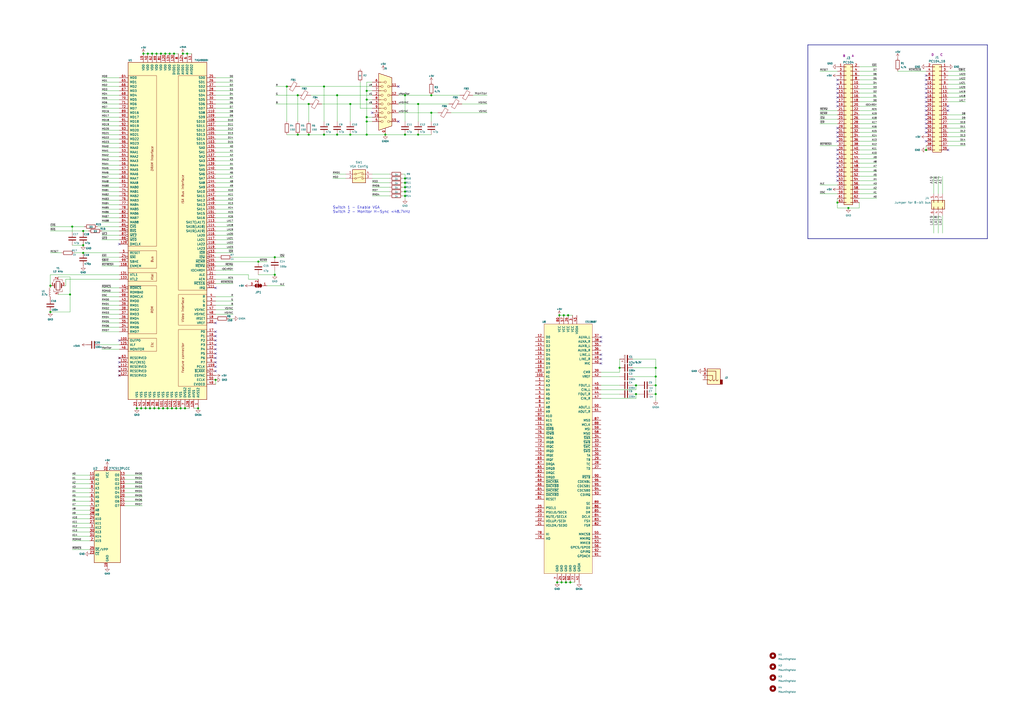
<source format=kicad_sch>
(kicad_sch (version 20210406) (generator eeschema)
  (paper "A2")
  (title_block (date "2021-03-24") (rev "A"))
  (lib_symbols
    (symbol "Connector:AudioJack3"
      (property "Reference" "J" (at 0 8.89 0))
      (property "Value" "AudioJack3" (at 0 6.35 0))
      (symbol "AudioJack3_1_1"
        (pin passive line (at 5.08 0 180) (length 2.54) (name "~") (number "R"))
        (pin passive line (at 5.08 2.54 180) (length 2.54) (name "~") (number "S"))
        (pin passive line (at 5.08 -2.54 180) (length 2.54) (name "~") (number "T"))
      )
    )
    (symbol "Connector:DB15_Female_HighDensity_MountingHoles" (pin_names (offset 1.016) hide)
      (property "Reference" "J" (at 0 21.59 0))
      (property "Value" "DB15_Female_HighDensity_MountingHoles" (at 0 19.05 0))
      (symbol "DB15_Female_HighDensity_MountingHoles_1_1"
        (pin passive line (at 0 -17.78 90) (length 3.81) (name "~") (number "0"))
        (pin passive line (at -7.62 10.16 0) (length 5.08) (name "~") (number "1"))
        (pin passive line (at -7.62 -7.62 0) (length 5.08) (name "~") (number "10"))
        (pin passive line (at 7.62 10.16 180) (length 5.08) (name "~") (number "11"))
        (pin passive line (at 7.62 5.08 180) (length 5.08) (name "~") (number "12"))
        (pin passive line (at 7.62 0 180) (length 5.08) (name "~") (number "13"))
        (pin passive line (at 7.62 -5.08 180) (length 5.08) (name "~") (number "14"))
        (pin passive line (at 7.62 -10.16 180) (length 5.08) (name "~") (number "15"))
        (pin passive line (at -7.62 5.08 0) (length 5.08) (name "~") (number "2"))
        (pin passive line (at -7.62 0 0) (length 5.08) (name "~") (number "3"))
        (pin passive line (at -7.62 -5.08 0) (length 5.08) (name "~") (number "4"))
        (pin passive line (at -7.62 -10.16 0) (length 5.08) (name "~") (number "5"))
        (pin passive line (at -7.62 12.7 0) (length 5.08) (name "~") (number "6"))
        (pin passive line (at -7.62 7.62 0) (length 5.08) (name "~") (number "7"))
        (pin passive line (at -7.62 2.54 0) (length 5.08) (name "~") (number "8"))
        (pin passive line (at -7.62 -2.54 0) (length 5.08) (name "~") (number "9"))
      )
    )
    (symbol "Connector_Generic:Conn_02x03_Odd_Even" (pin_names (offset 1.016) hide)
      (property "Reference" "J" (at 1.27 5.08 0))
      (property "Value" "Conn_02x03_Odd_Even" (at 1.27 -5.08 0))
      (symbol "Conn_02x03_Odd_Even_1_1"
        (pin passive line (at -5.08 2.54 0) (length 3.81) (name "Pin_1") (number "1"))
        (pin passive line (at 7.62 2.54 180) (length 3.81) (name "Pin_2") (number "2"))
        (pin passive line (at -5.08 0 0) (length 3.81) (name "Pin_3") (number "3"))
        (pin passive line (at 7.62 0 180) (length 3.81) (name "Pin_4") (number "4"))
        (pin passive line (at -5.08 -2.54 0) (length 3.81) (name "Pin_5") (number "5"))
        (pin passive line (at 7.62 -2.54 180) (length 3.81) (name "Pin_6") (number "6"))
      )
    )
    (symbol "Connector_Generic:Conn_02x20_Odd_Even" (pin_names (offset 1.016) hide)
      (property "Reference" "J" (at 1.27 25.4 0))
      (property "Value" "Conn_02x20_Odd_Even" (at 1.27 -27.94 0))
      (symbol "Conn_02x20_Odd_Even_1_1"
        (pin passive line (at -5.08 22.86 0) (length 3.81) (name "Pin_1") (number "1"))
        (pin passive line (at 7.62 12.7 180) (length 3.81) (name "Pin_10") (number "10"))
        (pin passive line (at -5.08 10.16 0) (length 3.81) (name "Pin_11") (number "11"))
        (pin passive line (at 7.62 10.16 180) (length 3.81) (name "Pin_12") (number "12"))
        (pin passive line (at -5.08 7.62 0) (length 3.81) (name "Pin_13") (number "13"))
        (pin passive line (at 7.62 7.62 180) (length 3.81) (name "Pin_14") (number "14"))
        (pin passive line (at -5.08 5.08 0) (length 3.81) (name "Pin_15") (number "15"))
        (pin passive line (at 7.62 5.08 180) (length 3.81) (name "Pin_16") (number "16"))
        (pin passive line (at -5.08 2.54 0) (length 3.81) (name "Pin_17") (number "17"))
        (pin passive line (at 7.62 2.54 180) (length 3.81) (name "Pin_18") (number "18"))
        (pin passive line (at -5.08 0 0) (length 3.81) (name "Pin_19") (number "19"))
        (pin passive line (at 7.62 22.86 180) (length 3.81) (name "Pin_2") (number "2"))
        (pin passive line (at 7.62 0 180) (length 3.81) (name "Pin_20") (number "20"))
        (pin passive line (at -5.08 -2.54 0) (length 3.81) (name "Pin_21") (number "21"))
        (pin passive line (at 7.62 -2.54 180) (length 3.81) (name "Pin_22") (number "22"))
        (pin passive line (at -5.08 -5.08 0) (length 3.81) (name "Pin_23") (number "23"))
        (pin passive line (at 7.62 -5.08 180) (length 3.81) (name "Pin_24") (number "24"))
        (pin passive line (at -5.08 -7.62 0) (length 3.81) (name "Pin_25") (number "25"))
        (pin passive line (at 7.62 -7.62 180) (length 3.81) (name "Pin_26") (number "26"))
        (pin passive line (at -5.08 -10.16 0) (length 3.81) (name "Pin_27") (number "27"))
        (pin passive line (at 7.62 -10.16 180) (length 3.81) (name "Pin_28") (number "28"))
        (pin passive line (at -5.08 -12.7 0) (length 3.81) (name "Pin_29") (number "29"))
        (pin passive line (at -5.08 20.32 0) (length 3.81) (name "Pin_3") (number "3"))
        (pin passive line (at 7.62 -12.7 180) (length 3.81) (name "Pin_30") (number "30"))
        (pin passive line (at -5.08 -15.24 0) (length 3.81) (name "Pin_31") (number "31"))
        (pin passive line (at 7.62 -15.24 180) (length 3.81) (name "Pin_32") (number "32"))
        (pin passive line (at -5.08 -17.78 0) (length 3.81) (name "Pin_33") (number "33"))
        (pin passive line (at 7.62 -17.78 180) (length 3.81) (name "Pin_34") (number "34"))
        (pin passive line (at -5.08 -20.32 0) (length 3.81) (name "Pin_35") (number "35"))
        (pin passive line (at 7.62 -20.32 180) (length 3.81) (name "Pin_36") (number "36"))
        (pin passive line (at -5.08 -22.86 0) (length 3.81) (name "Pin_37") (number "37"))
        (pin passive line (at 7.62 -22.86 180) (length 3.81) (name "Pin_38") (number "38"))
        (pin passive line (at -5.08 -25.4 0) (length 3.81) (name "Pin_39") (number "39"))
        (pin passive line (at 7.62 20.32 180) (length 3.81) (name "Pin_4") (number "4"))
        (pin passive line (at 7.62 -25.4 180) (length 3.81) (name "Pin_40") (number "40"))
        (pin passive line (at -5.08 17.78 0) (length 3.81) (name "Pin_5") (number "5"))
        (pin passive line (at 7.62 17.78 180) (length 3.81) (name "Pin_6") (number "6"))
        (pin passive line (at -5.08 15.24 0) (length 3.81) (name "Pin_7") (number "7"))
        (pin passive line (at 7.62 15.24 180) (length 3.81) (name "Pin_8") (number "8"))
        (pin passive line (at -5.08 12.7 0) (length 3.81) (name "Pin_9") (number "9"))
      )
    )
    (symbol "Connector_Generic:Conn_02x32_Odd_Even" (pin_names (offset 1.016) hide)
      (property "Reference" "J" (at 1.27 40.64 0))
      (property "Value" "Conn_02x32_Odd_Even" (at 1.27 -43.18 0))
      (symbol "Conn_02x32_Odd_Even_1_1"
        (pin passive line (at -5.08 38.1 0) (length 3.81) (name "Pin_1") (number "1"))
        (pin passive line (at 7.62 27.94 180) (length 3.81) (name "Pin_10") (number "10"))
        (pin passive line (at -5.08 25.4 0) (length 3.81) (name "Pin_11") (number "11"))
        (pin passive line (at 7.62 25.4 180) (length 3.81) (name "Pin_12") (number "12"))
        (pin passive line (at -5.08 22.86 0) (length 3.81) (name "Pin_13") (number "13"))
        (pin passive line (at 7.62 22.86 180) (length 3.81) (name "Pin_14") (number "14"))
        (pin passive line (at -5.08 20.32 0) (length 3.81) (name "Pin_15") (number "15"))
        (pin passive line (at 7.62 20.32 180) (length 3.81) (name "Pin_16") (number "16"))
        (pin passive line (at -5.08 17.78 0) (length 3.81) (name "Pin_17") (number "17"))
        (pin passive line (at 7.62 17.78 180) (length 3.81) (name "Pin_18") (number "18"))
        (pin passive line (at -5.08 15.24 0) (length 3.81) (name "Pin_19") (number "19"))
        (pin passive line (at 7.62 38.1 180) (length 3.81) (name "Pin_2") (number "2"))
        (pin passive line (at 7.62 15.24 180) (length 3.81) (name "Pin_20") (number "20"))
        (pin passive line (at -5.08 12.7 0) (length 3.81) (name "Pin_21") (number "21"))
        (pin passive line (at 7.62 12.7 180) (length 3.81) (name "Pin_22") (number "22"))
        (pin passive line (at -5.08 10.16 0) (length 3.81) (name "Pin_23") (number "23"))
        (pin passive line (at 7.62 10.16 180) (length 3.81) (name "Pin_24") (number "24"))
        (pin passive line (at -5.08 7.62 0) (length 3.81) (name "Pin_25") (number "25"))
        (pin passive line (at 7.62 7.62 180) (length 3.81) (name "Pin_26") (number "26"))
        (pin passive line (at -5.08 5.08 0) (length 3.81) (name "Pin_27") (number "27"))
        (pin passive line (at 7.62 5.08 180) (length 3.81) (name "Pin_28") (number "28"))
        (pin passive line (at -5.08 2.54 0) (length 3.81) (name "Pin_29") (number "29"))
        (pin passive line (at -5.08 35.56 0) (length 3.81) (name "Pin_3") (number "3"))
        (pin passive line (at 7.62 2.54 180) (length 3.81) (name "Pin_30") (number "30"))
        (pin passive line (at -5.08 0 0) (length 3.81) (name "Pin_31") (number "31"))
        (pin passive line (at 7.62 0 180) (length 3.81) (name "Pin_32") (number "32"))
        (pin passive line (at -5.08 -2.54 0) (length 3.81) (name "Pin_33") (number "33"))
        (pin passive line (at 7.62 -2.54 180) (length 3.81) (name "Pin_34") (number "34"))
        (pin passive line (at -5.08 -5.08 0) (length 3.81) (name "Pin_35") (number "35"))
        (pin passive line (at 7.62 -5.08 180) (length 3.81) (name "Pin_36") (number "36"))
        (pin passive line (at -5.08 -7.62 0) (length 3.81) (name "Pin_37") (number "37"))
        (pin passive line (at 7.62 -7.62 180) (length 3.81) (name "Pin_38") (number "38"))
        (pin passive line (at -5.08 -10.16 0) (length 3.81) (name "Pin_39") (number "39"))
        (pin passive line (at 7.62 35.56 180) (length 3.81) (name "Pin_4") (number "4"))
        (pin passive line (at 7.62 -10.16 180) (length 3.81) (name "Pin_40") (number "40"))
        (pin passive line (at -5.08 -12.7 0) (length 3.81) (name "Pin_41") (number "41"))
        (pin passive line (at 7.62 -12.7 180) (length 3.81) (name "Pin_42") (number "42"))
        (pin passive line (at -5.08 -15.24 0) (length 3.81) (name "Pin_43") (number "43"))
        (pin passive line (at 7.62 -15.24 180) (length 3.81) (name "Pin_44") (number "44"))
        (pin passive line (at -5.08 -17.78 0) (length 3.81) (name "Pin_45") (number "45"))
        (pin passive line (at 7.62 -17.78 180) (length 3.81) (name "Pin_46") (number "46"))
        (pin passive line (at -5.08 -20.32 0) (length 3.81) (name "Pin_47") (number "47"))
        (pin passive line (at 7.62 -20.32 180) (length 3.81) (name "Pin_48") (number "48"))
        (pin passive line (at -5.08 -22.86 0) (length 3.81) (name "Pin_49") (number "49"))
        (pin passive line (at -5.08 33.02 0) (length 3.81) (name "Pin_5") (number "5"))
        (pin passive line (at 7.62 -22.86 180) (length 3.81) (name "Pin_50") (number "50"))
        (pin passive line (at -5.08 -25.4 0) (length 3.81) (name "Pin_51") (number "51"))
        (pin passive line (at 7.62 -25.4 180) (length 3.81) (name "Pin_52") (number "52"))
        (pin passive line (at -5.08 -27.94 0) (length 3.81) (name "Pin_53") (number "53"))
        (pin passive line (at 7.62 -27.94 180) (length 3.81) (name "Pin_54") (number "54"))
        (pin passive line (at -5.08 -30.48 0) (length 3.81) (name "Pin_55") (number "55"))
        (pin passive line (at 7.62 -30.48 180) (length 3.81) (name "Pin_56") (number "56"))
        (pin passive line (at -5.08 -33.02 0) (length 3.81) (name "Pin_57") (number "57"))
        (pin passive line (at 7.62 -33.02 180) (length 3.81) (name "Pin_58") (number "58"))
        (pin passive line (at -5.08 -35.56 0) (length 3.81) (name "Pin_59") (number "59"))
        (pin passive line (at 7.62 33.02 180) (length 3.81) (name "Pin_6") (number "6"))
        (pin passive line (at 7.62 -35.56 180) (length 3.81) (name "Pin_60") (number "60"))
        (pin passive line (at -5.08 -38.1 0) (length 3.81) (name "Pin_61") (number "61"))
        (pin passive line (at 7.62 -38.1 180) (length 3.81) (name "Pin_62") (number "62"))
        (pin passive line (at -5.08 -40.64 0) (length 3.81) (name "Pin_63") (number "63"))
        (pin passive line (at 7.62 -40.64 180) (length 3.81) (name "Pin_64") (number "64"))
        (pin passive line (at -5.08 30.48 0) (length 3.81) (name "Pin_7") (number "7"))
        (pin passive line (at 7.62 30.48 180) (length 3.81) (name "Pin_8") (number "8"))
        (pin passive line (at -5.08 27.94 0) (length 3.81) (name "Pin_9") (number "9"))
      )
    )
    (symbol "Device:C" (pin_numbers hide) (pin_names (offset 0.254))
      (property "Reference" "C" (at 0.635 2.54 0))
      (property "Value" "C" (at 0.635 -2.54 0))
      (symbol "C_1_1"
        (pin passive line (at 0 3.81 270) (length 2.794) (name "~") (number "1"))
        (pin passive line (at 0 -3.81 90) (length 2.794) (name "~") (number "2"))
      )
    )
    (symbol "Device:CP" (pin_numbers hide) (pin_names (offset 0.254))
      (property "Reference" "C" (at 0.635 2.54 0))
      (property "Value" "CP" (at 0.635 -2.54 0))
      (symbol "CP_1_1"
        (pin passive line (at 0 3.81 270) (length 2.794) (name "~") (number "1"))
        (pin passive line (at 0 -3.81 90) (length 2.794) (name "~") (number "2"))
      )
    )
    (symbol "Device:Crystal_GND24" (pin_names (offset 1.016) hide)
      (property "Reference" "Y" (at 3.175 5.08 0))
      (property "Value" "Crystal_GND24" (at 3.175 3.175 0))
      (symbol "Crystal_GND24_1_1"
        (pin passive line (at -3.81 0 0) (length 1.27) (name "1") (number "1"))
        (pin passive line (at 0 5.08 270) (length 1.27) (name "2") (number "2"))
        (pin passive line (at 3.81 0 180) (length 1.27) (name "3") (number "3"))
        (pin passive line (at 0 -5.08 90) (length 1.27) (name "4") (number "4"))
      )
    )
    (symbol "Device:Ferrite_Bead" (pin_numbers hide) (pin_names (offset 0))
      (property "Reference" "FB" (at -3.81 0.635 90))
      (property "Value" "Ferrite_Bead" (at 3.81 0 90))
      (symbol "Ferrite_Bead_1_1"
        (pin passive line (at 0 3.81 270) (length 2.54) (name "~") (number "1"))
        (pin passive line (at 0 -3.81 90) (length 2.54) (name "~") (number "2"))
      )
    )
    (symbol "Device:L" (pin_numbers hide) (pin_names (offset 1.016) hide)
      (property "Reference" "L" (at -1.27 0 90))
      (property "Value" "L" (at 1.905 0 90))
      (symbol "L_1_1"
        (pin passive line (at 0 3.81 270) (length 1.27) (name "1") (number "1"))
        (pin passive line (at 0 -3.81 90) (length 1.27) (name "2") (number "2"))
      )
    )
    (symbol "Device:R" (pin_numbers hide) (pin_names (offset 0))
      (property "Reference" "R" (at 2.032 0 90))
      (property "Value" "R" (at 0 0 90))
      (symbol "R_1_1"
        (pin passive line (at 0 3.81 270) (length 1.27) (name "~") (number "1"))
        (pin passive line (at 0 -3.81 90) (length 1.27) (name "~") (number "2"))
      )
    )
    (symbol "Jumper:SolderJumper_3_Bridged12" (pin_names (offset 0) hide)
      (property "Reference" "JP" (at -2.54 -2.54 0))
      (property "Value" "SolderJumper_3_Bridged12" (at 0 2.794 0))
      (symbol "SolderJumper_3_Bridged12_1_1"
        (pin passive line (at -5.08 0 0) (length 2.54) (name "A") (number "1"))
        (pin input line (at 0 -3.81 90) (length 2.54) (name "C") (number "2"))
        (pin passive line (at 5.08 0 180) (length 2.54) (name "B") (number "3"))
      )
    )
    (symbol "Mechanical:MountingHole" (pin_names (offset 1.016))
      (property "Reference" "H" (at 0 5.08 0))
      (property "Value" "MountingHole" (at 0 3.175 0))
    )
    (symbol "Memory_EPROM:27C512PLCC"
      (property "Reference" "U" (at -7.62 26.67 0))
      (property "Value" "27C512PLCC" (at 2.54 -29.21 0))
      (symbol "27C512PLCC_1_1"
        (pin no_connect line (at 7.62 -17.78 180) (length 2.54) hide (name "NC") (number "1"))
        (pin input line (at -10.16 20.32 0) (length 2.54) (name "A1") (number "10"))
        (pin input line (at -10.16 22.86 0) (length 2.54) (name "A0") (number "11"))
        (pin no_connect line (at 7.62 -22.86 180) (length 2.54) hide (name "NC") (number "12"))
        (pin tri_state line (at 10.16 22.86 180) (length 2.54) (name "O0") (number "13"))
        (pin tri_state line (at 10.16 20.32 180) (length 2.54) (name "O1") (number "14"))
        (pin tri_state line (at 10.16 17.78 180) (length 2.54) (name "O2") (number "15"))
        (pin power_in line (at 0 -30.48 90) (length 2.54) (name "GND") (number "16"))
        (pin no_connect line (at 7.62 -20.32 180) (length 2.54) hide (name "NC") (number "17"))
        (pin tri_state line (at 10.16 15.24 180) (length 2.54) (name "O3") (number "18"))
        (pin tri_state line (at 10.16 12.7 180) (length 2.54) (name "O4") (number "19"))
        (pin input line (at -10.16 -15.24 0) (length 2.54) (name "A15") (number "2"))
        (pin tri_state line (at 10.16 10.16 180) (length 2.54) (name "O5") (number "20"))
        (pin tri_state line (at 10.16 7.62 180) (length 2.54) (name "O6") (number "21"))
        (pin tri_state line (at 10.16 5.08 180) (length 2.54) (name "O7") (number "22"))
        (pin input line (at -10.16 -22.86 0) (length 2.54) (name "~CE") (number "23"))
        (pin input line (at -10.16 -2.54 0) (length 2.54) (name "A10") (number "24"))
        (pin input line (at -10.16 -20.32 0) (length 2.54) (name "~OE~/VPP") (number "25"))
        (pin no_connect line (at 7.62 -25.4 180) (length 2.54) hide (name "NC") (number "26"))
        (pin input line (at -10.16 -5.08 0) (length 2.54) (name "A11") (number "27"))
        (pin input line (at -10.16 0 0) (length 2.54) (name "A9") (number "28"))
        (pin input line (at -10.16 2.54 0) (length 2.54) (name "A8") (number "29"))
        (pin input line (at -10.16 -7.62 0) (length 2.54) (name "A12") (number "3"))
        (pin input line (at -10.16 -10.16 0) (length 2.54) (name "A13") (number "30"))
        (pin input line (at -10.16 -12.7 0) (length 2.54) (name "A14") (number "31"))
        (pin power_in line (at 0 27.94 270) (length 2.54) (name "VCC") (number "32"))
        (pin input line (at -10.16 5.08 0) (length 2.54) (name "A7") (number "4"))
        (pin input line (at -10.16 7.62 0) (length 2.54) (name "A6") (number "5"))
        (pin input line (at -10.16 10.16 0) (length 2.54) (name "A5") (number "6"))
        (pin input line (at -10.16 12.7 0) (length 2.54) (name "A4") (number "7"))
        (pin input line (at -10.16 15.24 0) (length 2.54) (name "A3") (number "8"))
        (pin input line (at -10.16 17.78 0) (length 2.54) (name "A2") (number "9"))
      )
    )
    (symbol "Switch:SW_DIP_x02" (pin_names (offset 0) hide)
      (property "Reference" "SW" (at 0 6.35 0))
      (property "Value" "SW_DIP_x02" (at 0 -3.81 0))
      (symbol "SW_DIP_x02_1_1"
        (pin passive line (at -7.62 2.54 0) (length 5.08) (name "~") (number "1"))
        (pin passive line (at -7.62 0 0) (length 5.08) (name "~") (number "2"))
        (pin passive line (at 7.62 0 180) (length 5.08) (name "~") (number "3"))
        (pin passive line (at 7.62 2.54 180) (length 5.08) (name "~") (number "4"))
      )
    )
    (symbol "ess:ES1868F" (pin_names (offset 1.016))
      (property "Reference" "U" (at 0 2.54 0))
      (property "Value" "ES1868F" (at 0 0 0))
      (symbol "ES1868F_1_1"
        (pin input line (at -19.05 39.37 0) (length 5.08) (name "A2") (number "1"))
        (pin input line (at -19.05 21.59 0) (length 5.08) (name "A9") (number "10"))
        (pin input line (at -19.05 41.91 0) (length 5.08) (name "A1") (number "100"))
        (pin input line (at -19.05 13.97 0) (length 5.08) (name "AEN") (number "11"))
        (pin bidirectional line (at -19.05 64.77 0) (length 5.08) (name "D0") (number "12"))
        (pin bidirectional line (at -19.05 62.23 0) (length 5.08) (name "D1") (number "13"))
        (pin bidirectional line (at -19.05 59.69 0) (length 5.08) (name "D2") (number "14"))
        (pin bidirectional line (at -19.05 57.15 0) (length 5.08) (name "D3") (number "15"))
        (pin bidirectional line (at -19.05 54.61 0) (length 5.08) (name "D4") (number "16"))
        (pin bidirectional line (at -19.05 52.07 0) (length 5.08) (name "D5") (number "17"))
        (pin bidirectional line (at -19.05 49.53 0) (length 5.08) (name "D6") (number "18"))
        (pin bidirectional line (at -19.05 46.99 0) (length 5.08) (name "D7") (number "19"))
        (pin input line (at -19.05 36.83 0) (length 5.08) (name "A3") (number "2"))
        (pin input line (at -19.05 -36.83 0) (length 5.08) (name "PSEL0/SECS") (number "20"))
        (pin input line (at -19.05 -44.45 0) (length 5.08) (name "VOLDN/SEDO") (number "21"))
        (pin input line (at -19.05 -41.91 0) (length 5.08) (name "VOLUP/SEDI") (number "22"))
        (pin output line (at -19.05 -39.37 0) (length 5.08) (name "MUTE/SECLK") (number "23"))
        (pin power_in line (at -3.81 -77.47 90) (length 5.08) (name "GND") (number "24"))
        (pin input line (at -19.05 -34.29 0) (length 5.08) (name "PSEL1") (number "25"))
        (pin power_in line (at 0 77.47 270) (length 5.08) (name "VCC") (number "26"))
        (pin bidirectional line (at 19.05 -11.43 180) (length 5.08) (name "TD") (number "27"))
        (pin bidirectional line (at 19.05 -8.89 180) (length 5.08) (name "TC") (number "28"))
        (pin bidirectional line (at 19.05 -6.35 180) (length 5.08) (name "TB") (number "29"))
        (pin power_in line (at 2.54 77.47 270) (length 5.08) (name "VCC") (number "3"))
        (pin bidirectional line (at 19.05 -3.81 180) (length 5.08) (name "TA") (number "30"))
        (pin input line (at 19.05 -1.27 180) (length 5.08) (name "~SWD") (number "31"))
        (pin input line (at 19.05 1.27 180) (length 5.08) (name "~SWC") (number "32"))
        (pin input line (at 19.05 3.81 180) (length 5.08) (name "~SWB") (number "33"))
        (pin input line (at 19.05 6.35 180) (length 5.08) (name "~SWA") (number "34"))
        (pin input line (at 19.05 59.69 180) (length 5.08) (name "AUXB_L") (number "35"))
        (pin input line (at 19.05 57.15 180) (length 5.08) (name "AUXB_R") (number "36"))
        (pin input line (at 19.05 64.77 180) (length 5.08) (name "AUXA_L") (number "37"))
        (pin input line (at 19.05 62.23 180) (length 5.08) (name "AUXA_R") (number "38"))
        (pin output line (at 19.05 44.45 180) (length 5.08) (name "CMR") (number "39"))
        (pin input line (at -19.05 34.29 0) (length 5.08) (name "A4") (number "4"))
        (pin input line (at 19.05 49.53 180) (length 5.08) (name "MIC") (number "40"))
        (pin power_in line (at 6.35 -77.47 90) (length 5.08) (name "GNDA") (number "41"))
        (pin output line (at 19.05 41.91 180) (length 5.08) (name "VREF") (number "42"))
        (pin power_in line (at 5.08 77.47 270) (length 5.08) (name "VDDA") (number "43"))
        (pin output line (at 19.05 31.75 180) (length 5.08) (name "FOUT_R") (number "44"))
        (pin output line (at 19.05 36.83 180) (length 5.08) (name "FOUT_L") (number "45"))
        (pin input line (at 19.05 34.29 180) (length 5.08) (name "CIN_L") (number "46"))
        (pin input line (at 19.05 29.21 180) (length 5.08) (name "CIN_R") (number "47"))
        (pin input line (at 19.05 54.61 180) (length 5.08) (name "LINE_L") (number "48"))
        (pin input line (at 19.05 52.07 180) (length 5.08) (name "LINE_R") (number "49"))
        (pin input line (at -19.05 31.75 0) (length 5.08) (name "A5") (number "5"))
        (pin output line (at 19.05 24.13 180) (length 5.08) (name "AOUT_L") (number "50"))
        (pin output line (at 19.05 21.59 180) (length 5.08) (name "AOUT_R") (number "51"))
        (pin power_in line (at -1.27 -77.47 90) (length 5.08) (name "GND") (number "52"))
        (pin input line (at 19.05 -54.61 180) (length 5.08) (name "MMIEB") (number "53"))
        (pin input line (at 19.05 -52.07 180) (length 5.08) (name "MMIRQ") (number "54"))
        (pin output line (at 19.05 -49.53 180) (length 5.08) (name "MMCSB") (number "55"))
        (pin output line (at 19.05 -57.15 180) (length 5.08) (name "GPCS/GPO0") (number "56"))
        (pin power_in line (at -2.54 77.47 270) (length 5.08) (name "VCC") (number "57"))
        (pin output line (at 19.05 8.89 180) (length 5.08) (name "MSO") (number "58"))
        (pin input line (at 19.05 11.43 180) (length 5.08) (name "MSI") (number "59"))
        (pin input line (at -19.05 29.21 0) (length 5.08) (name "A6") (number "6"))
        (pin power_in line (at 1.27 -77.47 90) (length 5.08) (name "GND") (number "60"))
        (pin output line (at -19.05 -16.51 0) (length 5.08) (name "DRQD") (number "61"))
        (pin tri_state line (at -19.05 -26.67 0) (length 5.08) (name "~DACKBD") (number "62"))
        (pin output line (at -19.05 -13.97 0) (length 5.08) (name "DRQC") (number "63"))
        (pin tri_state line (at -19.05 -24.13 0) (length 5.08) (name "~DACKBC") (number "64"))
        (pin output line (at -19.05 -11.43 0) (length 5.08) (name "DRQB") (number "65"))
        (pin tri_state line (at -19.05 -21.59 0) (length 5.08) (name "~DACKBB") (number "66"))
        (pin output line (at -19.05 -8.89 0) (length 5.08) (name "DRQA") (number "67"))
        (pin tri_state line (at -19.05 -19.05 0) (length 5.08) (name "~DACKBA") (number "68"))
        (pin tri_state line (at -19.05 -6.35 0) (length 5.08) (name "IRQF") (number "69"))
        (pin power_in line (at -6.35 -77.47 90) (length 5.08) (name "GND") (number "7"))
        (pin tri_state line (at -19.05 -3.81 0) (length 5.08) (name "IRQE") (number "70"))
        (pin tri_state line (at -19.05 -1.27 0) (length 5.08) (name "IRQD") (number "71"))
        (pin tri_state line (at -19.05 1.27 0) (length 5.08) (name "IRQC") (number "72"))
        (pin tri_state line (at -19.05 3.81 0) (length 5.08) (name "IRQB") (number "73"))
        (pin tri_state line (at -19.05 6.35 0) (length 5.08) (name "IRQA") (number "74"))
        (pin input line (at -19.05 11.43 0) (length 5.08) (name "~IORB") (number "75"))
        (pin input line (at -19.05 8.89 0) (length 5.08) (name "~IOWB") (number "76"))
        (pin power_in line (at 3.81 -77.47 90) (length 5.08) (name "GND") (number "77"))
        (pin input line (at -19.05 -49.53 0) (length 5.08) (name "XI") (number "78"))
        (pin output line (at -19.05 -52.07 0) (length 5.08) (name "XO") (number "79"))
        (pin input line (at -19.05 26.67 0) (length 5.08) (name "A7") (number "8"))
        (pin power_in line (at -5.08 77.47 270) (length 5.08) (name "VCC") (number "80"))
        (pin input line (at -19.05 -29.21 0) (length 5.08) (name "RESET") (number "81"))
        (pin input line (at 19.05 -44.45 180) (length 5.08) (name "FSR") (number "82"))
        (pin input line (at 19.05 -41.91 180) (length 5.08) (name "FSX") (number "83"))
        (pin input line (at 19.05 -39.37 180) (length 5.08) (name "DCLK") (number "84"))
        (pin input line (at 19.05 -36.83 180) (length 5.08) (name "DR") (number "85"))
        (pin tri_state line (at 19.05 -34.29 180) (length 5.08) (name "DX") (number "86"))
        (pin input line (at 19.05 16.51 180) (length 5.08) (name "MSD") (number "87"))
        (pin input line (at 19.05 13.97 180) (length 5.08) (name "MCLK") (number "88"))
        (pin input line (at 19.05 -31.75 180) (length 5.08) (name "SE") (number "89"))
        (pin input line (at -19.05 24.13 0) (length 5.08) (name "A8") (number "9"))
        (pin output line (at 19.05 -16.51 180) (length 5.08) (name "~RSTB") (number "90"))
        (pin output line (at 19.05 -62.23 180) (length 5.08) (name "GPDACK") (number "91"))
        (pin input line (at 19.05 -59.69 180) (length 5.08) (name "GPIRQ") (number "92"))
        (pin input line (at 19.05 -26.67 180) (length 5.08) (name "CDIRQ") (number "93"))
        (pin output line (at 19.05 -24.13 180) (length 5.08) (name "CDCSB0") (number "94"))
        (pin output line (at 19.05 -21.59 180) (length 5.08) (name "CDCSB1") (number "95"))
        (pin output line (at 19.05 -19.05 180) (length 5.08) (name "CDENBL") (number "96"))
        (pin input line (at -19.05 19.05 0) (length 5.08) (name "A10") (number "97"))
        (pin input line (at -19.05 16.51 0) (length 5.08) (name "A11") (number "98"))
        (pin input line (at -19.05 44.45 0) (length 5.08) (name "A0") (number "99"))
      )
    )
    (symbol "my:TVGA9000I" (pin_names (offset 1.016))
      (property "Reference" "U" (at 0 0 0))
      (property "Value" "TVGA9000I" (at 0 -2.54 0))
      (symbol "TVGA9000I_0_0"
        (text "Bus" (at -8.89 -16.51 900) (effects (font (size 1.27 1.27) italic)))
        (text "DRAM interface" (at -8.89 41.91 900) (effects (font (size 1.27 1.27) italic)))
        (text "Etc" (at -8.89 -66.04 900) (effects (font (size 1.27 1.27) italic)))
        (text "Feature connector" (at 8.89 -73.66 900) (effects (font (size 1.27 1.27) italic)))
        (text "ISA Bus interface" (at 8.89 24.13 900) (effects (font (size 1.27 1.27) italic)))
        (text "ROM" (at -8.89 -45.72 900) (effects (font (size 1.27 1.27) italic)))
        (text "Video interface" (at 8.89 -45.72 900) (effects (font (size 1.27 1.27) italic)))
        (text "Xtal" (at -8.89 -26.67 900) (effects (font (size 1.27 1.27) italic)))
      )
      (symbol "TVGA9000I_1_1"
        (pin power_in line (at 17.78 -102.87 90) (length 5.08) (name "AVSS2") (number "1"))
        (pin bidirectional line (at 27.94 -73.66 180) (length 5.08) (name "P6") (number "10"))
        (pin output line (at -27.94 -63.5 0) (length 5.08) (name "OUTP0") (number "100"))
        (pin power_in line (at -2.54 -102.87 90) (length 5.08) (name "VSS") (number "101"))
        (pin output inverted (at 27.94 -30.48 180) (length 5.08) (name "~MCS16") (number "102"))
        (pin tri_state line (at 27.94 50.8 180) (length 5.08) (name "SD15") (number "103"))
        (pin tri_state line (at 27.94 53.34 180) (length 5.08) (name "SD14") (number "104"))
        (pin tri_state line (at 27.94 55.88 180) (length 5.08) (name "SD13") (number "105"))
        (pin tri_state line (at 27.94 58.42 180) (length 5.08) (name "SD12") (number "106"))
        (pin tri_state line (at 27.94 60.96 180) (length 5.08) (name "SD11") (number "107"))
        (pin tri_state line (at 27.94 63.5 180) (length 5.08) (name "SD10") (number "108"))
        (pin tri_state line (at 27.94 66.04 180) (length 5.08) (name "SD9") (number "109"))
        (pin bidirectional line (at 27.94 -71.12 180) (length 5.08) (name "P5") (number "11"))
        (pin tri_state line (at 27.94 68.58 180) (length 5.08) (name "SD8") (number "110"))
        (pin output line (at 27.94 -33.02 180) (length 5.08) (name "IRQ") (number "111"))
        (pin no_connect line (at -27.94 -78.74 0) (length 5.08) (name "RESERVED") (number "112"))
        (pin input line (at 27.94 5.08 180) (length 5.08) (name "SA17(LA17)") (number "113"))
        (pin input line (at 27.94 2.54 180) (length 5.08) (name "SA18(LA18)") (number "114"))
        (pin input line (at 27.94 0 180) (length 5.08) (name "SA19(LA19)") (number "115"))
        (pin input line (at 27.94 -2.54 180) (length 5.08) (name "LA20") (number "116"))
        (pin input line (at 27.94 -5.08 180) (length 5.08) (name "LA21") (number "117"))
        (pin input line (at 27.94 -7.62 180) (length 5.08) (name "LA22") (number "118"))
        (pin input line (at 27.94 -10.16 180) (length 5.08) (name "LA23") (number "119"))
        (pin bidirectional line (at 27.94 -68.58 180) (length 5.08) (name "P4") (number "12"))
        (pin power_in line (at -1.27 102.87 270) (length 5.08) (name "VDD") (number "120"))
        (pin power_in line (at 0 -102.87 90) (length 5.08) (name "VSS") (number "121"))
        (pin power_in line (at 2.54 -102.87 90) (length 5.08) (name "VSS") (number "122"))
        (pin no_connect line (at -27.94 -81.28 0) (length 5.08) (name "RESERVED") (number "123"))
        (pin power_in line (at 8.89 102.87 270) (length 5.08) (name "AVDD1") (number "124"))
        (pin output line (at -27.94 -66.04 0) (length 5.08) (name "VLF") (number "125"))
        (pin power_in line (at 15.24 -102.87 90) (length 5.08) (name "AVSS") (number "126"))
        (pin no_connect line (at -27.94 -83.82 0) (length 5.08) (name "RESERVED") (number "127"))
        (pin power_in line (at 12.7 -102.87 90) (length 5.08) (name "DVSS1") (number "128"))
        (pin tri_state line (at -27.94 -7.62 0) (length 5.08) (name "DMCLK") (number "129"))
        (pin power_in line (at 13.97 102.87 270) (length 5.08) (name "AVDD2") (number "13"))
        (pin power_in line (at 3.81 102.87 270) (length 5.08) (name "DVDD1") (number "130"))
        (pin output line (at -27.94 -25.4 0) (length 5.08) (name "XTL1") (number "131"))
        (pin output line (at -27.94 -76.2 0) (length 5.08) (name "MLF(RES)") (number "132"))
        (pin input line (at -27.94 -27.94 0) (length 5.08) (name "XTL2") (number "133"))
        (pin power_in line (at 1.27 102.87 270) (length 5.08) (name "VDD") (number "134"))
        (pin input line (at 27.94 48.26 180) (length 5.08) (name "SA0") (number "135"))
        (pin input line (at 27.94 45.72 180) (length 5.08) (name "SA1") (number "136"))
        (pin input line (at 27.94 43.18 180) (length 5.08) (name "SA2") (number "137"))
        (pin input line (at 27.94 40.64 180) (length 5.08) (name "SA3") (number "138"))
        (pin input line (at 27.94 38.1 180) (length 5.08) (name "SA4") (number "139"))
        (pin bidirectional line (at 27.94 -66.04 180) (length 5.08) (name "P3") (number "14"))
        (pin input line (at 27.94 35.56 180) (length 5.08) (name "SA5") (number "140"))
        (pin input line (at 27.94 33.02 180) (length 5.08) (name "SA6") (number "141"))
        (pin input line (at 27.94 30.48 180) (length 5.08) (name "SA7") (number "142"))
        (pin power_in line (at 5.08 -102.87 90) (length 5.08) (name "VSS") (number "143"))
        (pin input line (at 27.94 27.94 180) (length 5.08) (name "SA8") (number "144"))
        (pin input line (at 27.94 25.4 180) (length 5.08) (name "SA9") (number "145"))
        (pin input line (at 27.94 22.86 180) (length 5.08) (name "SA10") (number "146"))
        (pin input line (at 27.94 20.32 180) (length 5.08) (name "SA11") (number "147"))
        (pin input line (at 27.94 17.78 180) (length 5.08) (name "SA12") (number "148"))
        (pin input line (at 27.94 15.24 180) (length 5.08) (name "SA13") (number "149"))
        (pin bidirectional line (at 27.94 -63.5 180) (length 5.08) (name "P2") (number "15"))
        (pin input line (at 27.94 12.7 180) (length 5.08) (name "SA14") (number "150"))
        (pin input line (at 27.94 10.16 180) (length 5.08) (name "SA15") (number "151"))
        (pin input line (at 27.94 7.62 180) (length 5.08) (name "SA16") (number "152"))
        (pin input inverted (at 27.94 -12.7 180) (length 5.08) (name "~IOR") (number "153"))
        (pin input inverted (at 27.94 -15.24 180) (length 5.08) (name "~IOW") (number "154"))
        (pin input inverted (at 27.94 -17.78 180) (length 5.08) (name "~MEMR") (number "155"))
        (pin input inverted (at 27.94 -20.32 180) (length 5.08) (name "~MEMW") (number "156"))
        (pin output line (at 27.94 -22.86 180) (length 5.08) (name "IOCHRDY") (number "157"))
        (pin input line (at -27.94 -20.32 0) (length 5.08) (name "ENMEM") (number "158"))
        (pin bidirectional line (at 27.94 -78.74 180) (length 5.08) (name "PCLK") (number "159"))
        (pin bidirectional line (at 27.94 -60.96 180) (length 5.08) (name "P1") (number "16"))
        (pin power_in line (at 7.62 -102.87 90) (length 5.08) (name "VSS") (number "160"))
        (pin bidirectional line (at 27.94 -58.42 180) (length 5.08) (name "P0") (number "17"))
        (pin input line (at 27.94 -50.8 180) (length 5.08) (name "IRSET") (number "18"))
        (pin power_in line (at -13.97 102.87 270) (length 5.08) (name "VDD") (number "19"))
        (pin output line (at 27.94 -43.18 180) (length 5.08) (name "B") (number "2"))
        (pin input line (at 27.94 -53.34 180) (length 5.08) (name "VREF") (number "20"))
        (pin input line (at 27.94 -25.4 180) (length 5.08) (name "ALE") (number "21"))
        (pin input line (at 27.94 -27.94 180) (length 5.08) (name "AEN") (number "22"))
        (pin power_in line (at -17.78 -102.87 90) (length 5.08) (name "VSS") (number "23"))
        (pin open_collector inverted (at -27.94 -15.24 0) (length 5.08) (name "~NMI") (number "24"))
        (pin tri_state line (at 27.94 88.9 180) (length 5.08) (name "SD0") (number "25"))
        (pin tri_state line (at 27.94 86.36 180) (length 5.08) (name "SD1") (number "26"))
        (pin tri_state line (at 27.94 83.82 180) (length 5.08) (name "SD2") (number "27"))
        (pin tri_state line (at 27.94 81.28 180) (length 5.08) (name "SD3") (number "28"))
        (pin tri_state line (at 27.94 78.74 180) (length 5.08) (name "SD4") (number "29"))
        (pin output line (at 27.94 -40.64 180) (length 5.08) (name "G") (number "3"))
        (pin tri_state line (at 27.94 76.2 180) (length 5.08) (name "SD5") (number "30"))
        (pin tri_state line (at 27.94 73.66 180) (length 5.08) (name "SD6") (number "31"))
        (pin tri_state line (at 27.94 71.12 180) (length 5.08) (name "SD7") (number "32"))
        (pin tri_state line (at -27.94 -58.42 0) (length 5.08) (name "RMD7") (number "33"))
        (pin tri_state line (at -27.94 -55.88 0) (length 5.08) (name "RMD6") (number "34"))
        (pin tri_state line (at -27.94 -53.34 0) (length 5.08) (name "RMD5") (number "35"))
        (pin tri_state line (at -27.94 -50.8 0) (length 5.08) (name "RMD4") (number "36"))
        (pin tri_state line (at -27.94 -48.26 0) (length 5.08) (name "RMD3") (number "37"))
        (pin tri_state line (at -27.94 -45.72 0) (length 5.08) (name "RMD2") (number "38"))
        (pin tri_state line (at -27.94 -43.18 0) (length 5.08) (name "RMD1") (number "39"))
        (pin output line (at 27.94 -38.1 180) (length 5.08) (name "R") (number "4"))
        (pin power_in line (at -11.43 102.87 270) (length 5.08) (name "VDD") (number "40"))
        (pin power_in line (at -15.24 -102.87 90) (length 5.08) (name "VSS") (number "41"))
        (pin power_in line (at -12.7 -102.87 90) (length 5.08) (name "VSS") (number "42"))
        (pin tri_state line (at -27.94 -40.64 0) (length 5.08) (name "RMD0") (number "43"))
        (pin bidirectional inverted (at 27.94 -81.28 180) (length 5.08) (name "~BLANK") (number "44"))
        (pin output inverted (at -27.94 -33.02 0) (length 5.08) (name "~ROMCS") (number "45"))
        (pin input line (at -27.94 -68.58 0) (length 5.08) (name "MONITOR") (number "46"))
        (pin output line (at 27.94 -45.72 180) (length 5.08) (name "VSYNC") (number "47"))
        (pin output line (at 27.94 -48.26 180) (length 5.08) (name "HSYNC") (number "48"))
        (pin input line (at 27.94 -88.9 180) (length 5.08) (name "EVIDEO") (number "49"))
        (pin input line (at -27.94 -12.7 0) (length 5.08) (name "RESET") (number "5"))
        (pin input line (at 27.94 -86.36 180) (length 5.08) (name "ECLK") (number "50"))
        (pin input line (at 27.94 -83.82 180) (length 5.08) (name "ESYNC") (number "51"))
        (pin output line (at -27.94 48.26 0) (length 5.08) (name "MAA0") (number "52"))
        (pin output line (at -27.94 45.72 0) (length 5.08) (name "MAA1") (number "53"))
        (pin output line (at -27.94 43.18 0) (length 5.08) (name "MAA2") (number "54"))
        (pin output line (at -27.94 40.64 0) (length 5.08) (name "MAA3") (number "55"))
        (pin output line (at -27.94 38.1 0) (length 5.08) (name "MAA4") (number "56"))
        (pin output line (at -27.94 35.56 0) (length 5.08) (name "MAA5") (number "57"))
        (pin power_in line (at -10.16 -102.87 90) (length 5.08) (name "VSS") (number "58"))
        (pin output line (at -27.94 33.02 0) (length 5.08) (name "MAA6") (number "59"))
        (pin power_in line (at 11.43 102.87 270) (length 5.08) (name "AVDD2") (number "6"))
        (pin output line (at -27.94 30.48 0) (length 5.08) (name "MAA7") (number "60"))
        (pin output line (at -27.94 27.94 0) (length 5.08) (name "MAA8") (number "61"))
        (pin power_in line (at -8.89 102.87 270) (length 5.08) (name "VDD") (number "62"))
        (pin no_connect line (at -27.94 -73.66 0) (length 5.08) (name "RESERVED") (number "63"))
        (pin tri_state line (at -27.94 88.9 0) (length 5.08) (name "MD0") (number "64"))
        (pin tri_state line (at -27.94 86.36 0) (length 5.08) (name "MD1") (number "65"))
        (pin tri_state line (at -27.94 83.82 0) (length 5.08) (name "MD2") (number "66"))
        (pin tri_state line (at -27.94 81.28 0) (length 5.08) (name "MD3") (number "67"))
        (pin tri_state line (at -27.94 78.74 0) (length 5.08) (name "MD4") (number "68"))
        (pin power_in line (at -6.35 102.87 270) (length 5.08) (name "VDD") (number "69"))
        (pin power_in line (at 10.16 -102.87 90) (length 5.08) (name "DVSS2") (number "7"))
        (pin tri_state line (at -27.94 76.2 0) (length 5.08) (name "MD5") (number "70"))
        (pin tri_state line (at -27.94 73.66 0) (length 5.08) (name "MD6") (number "71"))
        (pin tri_state line (at -27.94 71.12 0) (length 5.08) (name "MD7") (number "72"))
        (pin output line (at -27.94 25.4 0) (length 5.08) (name "MAB0") (number "73"))
        (pin output line (at -27.94 22.86 0) (length 5.08) (name "MAB1") (number "74"))
        (pin output line (at -27.94 20.32 0) (length 5.08) (name "MAB2") (number "75"))
        (pin output line (at -27.94 17.78 0) (length 5.08) (name "MAB3") (number "76"))
        (pin output line (at -27.94 15.24 0) (length 5.08) (name "MAB4") (number "77"))
        (pin output line (at -27.94 12.7 0) (length 5.08) (name "MAB5") (number "78"))
        (pin power_in line (at -7.62 -102.87 90) (length 5.08) (name "VSS") (number "79"))
        (pin power_in line (at 6.35 102.87 270) (length 5.08) (name "DVDD2") (number "8"))
        (pin power_in line (at -5.08 -102.87 90) (length 5.08) (name "VSS") (number "80"))
        (pin power_in line (at -3.81 102.87 270) (length 5.08) (name "VDD") (number "81"))
        (pin output line (at -27.94 10.16 0) (length 5.08) (name "MAB6") (number "82"))
        (pin output line (at -27.94 7.62 0) (length 5.08) (name "MAB7") (number "83"))
        (pin output line (at -27.94 5.08 0) (length 5.08) (name "MAB8") (number "84"))
        (pin output inverted (at -27.94 2.54 0) (length 5.08) (name "~CAS") (number "85"))
        (pin output inverted (at -27.94 0 0) (length 5.08) (name "~RAS") (number "86"))
        (pin output inverted (at -27.94 -2.54 0) (length 5.08) (name "~WE2") (number "87"))
        (pin output inverted (at -27.94 -5.08 0) (length 5.08) (name "~WE0") (number "88"))
        (pin tri_state line (at -27.94 68.58 0) (length 5.08) (name "MD16") (number "89"))
        (pin bidirectional line (at 27.94 -76.2 180) (length 5.08) (name "P7") (number "9"))
        (pin tri_state line (at -27.94 66.04 0) (length 5.08) (name "MD17") (number "90"))
        (pin tri_state line (at -27.94 63.5 0) (length 5.08) (name "MD18") (number "91"))
        (pin tri_state line (at -27.94 60.96 0) (length 5.08) (name "MD19") (number "92"))
        (pin tri_state line (at -27.94 58.42 0) (length 5.08) (name "MD20") (number "93"))
        (pin tri_state line (at -27.94 55.88 0) (length 5.08) (name "MD21") (number "94"))
        (pin tri_state line (at -27.94 53.34 0) (length 5.08) (name "MD22") (number "95"))
        (pin tri_state line (at -27.94 50.8 0) (length 5.08) (name "MD23") (number "96"))
        (pin output line (at -27.94 -35.56 0) (length 5.08) (name "ROMBA0") (number "97"))
        (pin input line (at -27.94 -38.1 0) (length 5.08) (name "ROMCLK") (number "98"))
        (pin input line (at -27.94 -17.78 0) (length 5.08) (name "SBHE") (number "99"))
      )
    )
    (symbol "power:+5V" (power) (pin_names (offset 0))
      (property "Value" "+5V" (at 0 3.556 0))
      (symbol "+5V_1_1"
        (pin power_in line (at 0 0 90) (length 0) hide (name "+5V") (number "1"))
      )
    )
    (symbol "power:+5VA" (power) (pin_names (offset 0))
      (property "Value" "+5VA" (at 0 3.556 0))
      (symbol "+5VA_1_1"
        (pin power_in line (at 0 0 90) (length 0) hide (name "+5VA") (number "1"))
      )
    )
    (symbol "power:GND" (power) (pin_names (offset 0))
      (property "Value" "GND" (at 0 -3.81 0))
      (symbol "GND_1_1"
        (pin power_in line (at 0 0 270) (length 0) hide (name "GND") (number "1"))
      )
    )
    (symbol "power:GNDA" (power) (pin_names (offset 0))
      (property "Value" "GNDA" (at 0 -3.81 0))
      (symbol "GNDA_1_1"
        (pin power_in line (at 0 0 270) (length 0) hide (name "GNDA") (number "1"))
      )
    )
  )
  (junction (at 29.21 165.735) (diameter 1.016))
  (junction (at 29.21 180.975) (diameter 1.016))
  (junction (at 40.64 170.815) (diameter 1.016))
  (junction (at 41.91 131.445) (diameter 1.016))
  (junction (at 48.26 133.985) (diameter 1.016))
  (junction (at 48.26 142.24) (diameter 1.016))
  (junction (at 48.26 146.685) (diameter 1.016))
  (junction (at 79.375 236.855) (diameter 1.016))
  (junction (at 81.915 236.855) (diameter 1.016))
  (junction (at 83.185 31.115) (diameter 1.016))
  (junction (at 84.455 236.855) (diameter 1.016))
  (junction (at 85.725 31.115) (diameter 1.016))
  (junction (at 86.995 236.855) (diameter 1.016))
  (junction (at 88.265 31.115) (diameter 1.016))
  (junction (at 89.535 236.855) (diameter 1.016))
  (junction (at 90.805 31.115) (diameter 1.016))
  (junction (at 92.075 236.855) (diameter 1.016))
  (junction (at 93.345 31.115) (diameter 1.016))
  (junction (at 94.615 236.855) (diameter 1.016))
  (junction (at 95.885 31.115) (diameter 1.016))
  (junction (at 97.155 236.855) (diameter 1.016))
  (junction (at 98.425 31.115) (diameter 1.016))
  (junction (at 99.695 236.855) (diameter 1.016))
  (junction (at 100.965 31.115) (diameter 1.016))
  (junction (at 102.235 236.855) (diameter 1.016))
  (junction (at 104.775 236.855) (diameter 1.016))
  (junction (at 106.045 31.115) (diameter 1.016))
  (junction (at 107.315 236.855) (diameter 1.016))
  (junction (at 108.585 31.115) (diameter 1.016))
  (junction (at 114.935 236.855) (diameter 1.016))
  (junction (at 125.095 220.345) (diameter 1.016))
  (junction (at 149.86 151.765) (diameter 1.016))
  (junction (at 159.385 149.225) (diameter 1.016))
  (junction (at 159.385 159.385) (diameter 1.016))
  (junction (at 166.37 50.165) (diameter 1.016))
  (junction (at 172.72 55.245) (diameter 1.016))
  (junction (at 172.72 78.105) (diameter 1.016))
  (junction (at 179.07 60.325) (diameter 1.016))
  (junction (at 179.07 78.105) (diameter 1.016))
  (junction (at 187.96 50.165) (diameter 1.016))
  (junction (at 187.96 78.105) (diameter 1.016))
  (junction (at 195.58 55.245) (diameter 1.016))
  (junction (at 195.58 78.105) (diameter 1.016))
  (junction (at 203.2 60.325) (diameter 1.016))
  (junction (at 203.2 78.105) (diameter 1.016))
  (junction (at 212.725 52.705) (diameter 1.016))
  (junction (at 212.725 57.785) (diameter 1.016))
  (junction (at 212.725 67.945) (diameter 1.016))
  (junction (at 212.725 70.485) (diameter 1.016))
  (junction (at 212.725 78.105) (diameter 1.016))
  (junction (at 223.52 78.105) (diameter 1.016))
  (junction (at 234.95 55.245) (diameter 1.016))
  (junction (at 234.95 78.105) (diameter 1.016))
  (junction (at 234.95 103.505) (diameter 1.016))
  (junction (at 234.95 106.045) (diameter 1.016))
  (junction (at 234.95 108.585) (diameter 1.016))
  (junction (at 234.95 111.125) (diameter 1.016))
  (junction (at 234.95 113.665) (diameter 1.016))
  (junction (at 242.57 60.325) (diameter 1.016))
  (junction (at 242.57 78.105) (diameter 1.016))
  (junction (at 250.19 55.245) (diameter 1.016))
  (junction (at 250.19 65.405) (diameter 1.016))
  (junction (at 323.215 337.82) (diameter 1.016))
  (junction (at 324.485 182.88) (diameter 1.016))
  (junction (at 325.755 337.82) (diameter 1.016))
  (junction (at 327.025 182.88) (diameter 1.016))
  (junction (at 328.295 337.82) (diameter 1.016))
  (junction (at 329.565 182.88) (diameter 1.016))
  (junction (at 330.835 337.82) (diameter 1.016))
  (junction (at 359.41 213.36) (diameter 1.016))
  (junction (at 368.935 223.52) (diameter 1.016))
  (junction (at 368.935 228.6) (diameter 1.016))
  (junction (at 380.365 213.36) (diameter 1.016))
  (junction (at 380.365 218.44) (diameter 1.016))
  (junction (at 380.365 223.52) (diameter 1.016))
  (junction (at 380.365 228.6) (diameter 1.016))
  (junction (at 485.775 117.475) (diameter 1.016))
  (junction (at 492.125 120.65) (diameter 1.016))
  (junction (at 537.21 86.995) (diameter 1.016))
  (no_connect (at 69.215 141.605))
  (no_connect (at 69.215 197.485))
  (no_connect (at 69.215 207.645))
  (no_connect (at 69.215 210.185))
  (no_connect (at 69.215 212.725))
  (no_connect (at 69.215 215.265))
  (no_connect (at 69.215 217.805))
  (no_connect (at 125.095 167.005))
  (no_connect (at 125.095 187.325))
  (no_connect (at 125.095 192.405))
  (no_connect (at 125.095 194.945))
  (no_connect (at 125.095 197.485))
  (no_connect (at 125.095 200.025))
  (no_connect (at 125.095 202.565))
  (no_connect (at 125.095 205.105))
  (no_connect (at 125.095 207.645))
  (no_connect (at 125.095 210.185))
  (no_connect (at 125.095 212.725))
  (no_connect (at 125.095 215.265))
  (no_connect (at 215.9 65.405))
  (no_connect (at 231.14 50.165))
  (no_connect (at 231.14 70.485))
  (no_connect (at 348.615 195.58))
  (no_connect (at 348.615 198.12))
  (no_connect (at 348.615 205.74))
  (no_connect (at 348.615 208.28))
  (no_connect (at 348.615 210.82))
  (no_connect (at 485.775 46.355))
  (no_connect (at 485.775 48.895))
  (no_connect (at 485.775 51.435))
  (no_connect (at 485.775 53.975))
  (no_connect (at 485.775 56.515))
  (no_connect (at 485.775 59.055))
  (no_connect (at 485.775 61.595))
  (no_connect (at 485.775 74.295))
  (no_connect (at 485.775 76.835))
  (no_connect (at 485.775 79.375))
  (no_connect (at 485.775 81.915))
  (no_connect (at 485.775 86.995))
  (no_connect (at 485.775 89.535))
  (no_connect (at 485.775 92.075))
  (no_connect (at 485.775 94.615))
  (no_connect (at 485.775 97.155))
  (no_connect (at 485.775 99.695))
  (no_connect (at 485.775 102.235))
  (no_connect (at 485.775 104.775))
  (no_connect (at 537.21 43.815))
  (no_connect (at 537.21 46.355))
  (no_connect (at 537.21 48.895))
  (no_connect (at 537.21 51.435))
  (no_connect (at 537.21 53.975))
  (no_connect (at 537.21 56.515))
  (no_connect (at 537.21 59.055))
  (no_connect (at 537.21 61.595))
  (no_connect (at 537.21 64.135))
  (no_connect (at 537.21 66.675))
  (no_connect (at 537.21 69.215))
  (no_connect (at 537.21 71.755))
  (no_connect (at 537.21 74.295))
  (no_connect (at 537.21 76.835))
  (no_connect (at 537.21 81.915))
  (no_connect (at 549.91 61.595))
  (no_connect (at 549.91 64.135))
  (no_connect (at 549.91 86.995))
  (wire (pts (xy 29.21 131.445) (xy 41.91 131.445)))
  (wire (pts (xy 29.21 146.685) (xy 35.56 146.685)))
  (wire (pts (xy 29.21 159.385) (xy 29.21 165.735)))
  (wire (pts (xy 29.21 159.385) (xy 69.215 159.385)))
  (wire (pts (xy 29.21 165.735) (xy 29.845 165.735)))
  (wire (pts (xy 33.655 160.655) (xy 40.64 160.655)))
  (wire (pts (xy 38.1 161.925) (xy 38.1 165.735)))
  (wire (pts (xy 38.1 165.735) (xy 37.465 165.735)))
  (wire (pts (xy 40.64 160.655) (xy 40.64 170.815)))
  (wire (pts (xy 40.64 170.815) (xy 33.655 170.815)))
  (wire (pts (xy 40.64 170.815) (xy 40.64 180.975)))
  (wire (pts (xy 40.64 180.975) (xy 29.21 180.975)))
  (wire (pts (xy 41.91 131.445) (xy 41.91 134.62)))
  (wire (pts (xy 41.91 142.24) (xy 48.26 142.24)))
  (wire (pts (xy 41.91 313.69) (xy 52.07 313.69)))
  (wire (pts (xy 41.91 318.77) (xy 52.07 318.77)))
  (wire (pts (xy 43.18 146.685) (xy 48.26 146.685)))
  (wire (pts (xy 48.26 133.985) (xy 29.21 133.985)))
  (wire (pts (xy 48.26 133.985) (xy 48.26 134.62)))
  (wire (pts (xy 48.26 146.685) (xy 69.215 146.685)))
  (wire (pts (xy 48.895 131.445) (xy 41.91 131.445)))
  (wire (pts (xy 51.435 133.985) (xy 48.26 133.985)))
  (wire (pts (xy 52.07 275.59) (xy 41.91 275.59)))
  (wire (pts (xy 52.07 278.13) (xy 41.91 278.13)))
  (wire (pts (xy 52.07 280.67) (xy 41.91 280.67)))
  (wire (pts (xy 52.07 283.21) (xy 41.91 283.21)))
  (wire (pts (xy 52.07 285.75) (xy 41.91 285.75)))
  (wire (pts (xy 52.07 288.29) (xy 41.91 288.29)))
  (wire (pts (xy 52.07 290.83) (xy 41.91 290.83)))
  (wire (pts (xy 52.07 293.37) (xy 41.91 293.37)))
  (wire (pts (xy 52.07 295.91) (xy 41.91 295.91)))
  (wire (pts (xy 52.07 298.45) (xy 41.91 298.45)))
  (wire (pts (xy 52.07 300.99) (xy 41.91 300.99)))
  (wire (pts (xy 52.07 303.53) (xy 41.91 303.53)))
  (wire (pts (xy 52.07 306.07) (xy 41.91 306.07)))
  (wire (pts (xy 52.07 308.61) (xy 41.91 308.61)))
  (wire (pts (xy 52.07 311.15) (xy 41.91 311.15)))
  (wire (pts (xy 56.515 131.445) (xy 69.215 131.445)))
  (wire (pts (xy 57.785 200.025) (xy 69.215 200.025)))
  (wire (pts (xy 59.055 45.085) (xy 69.215 45.085)))
  (wire (pts (xy 59.055 47.625) (xy 69.215 47.625)))
  (wire (pts (xy 59.055 50.165) (xy 69.215 50.165)))
  (wire (pts (xy 59.055 52.705) (xy 69.215 52.705)))
  (wire (pts (xy 59.055 55.245) (xy 69.215 55.245)))
  (wire (pts (xy 59.055 57.785) (xy 69.215 57.785)))
  (wire (pts (xy 59.055 60.325) (xy 69.215 60.325)))
  (wire (pts (xy 59.055 62.865) (xy 69.215 62.865)))
  (wire (pts (xy 59.055 65.405) (xy 69.215 65.405)))
  (wire (pts (xy 59.055 67.945) (xy 69.215 67.945)))
  (wire (pts (xy 59.055 70.485) (xy 69.215 70.485)))
  (wire (pts (xy 59.055 73.025) (xy 69.215 73.025)))
  (wire (pts (xy 59.055 75.565) (xy 69.215 75.565)))
  (wire (pts (xy 59.055 78.105) (xy 69.215 78.105)))
  (wire (pts (xy 59.055 80.645) (xy 69.215 80.645)))
  (wire (pts (xy 59.055 83.185) (xy 69.215 83.185)))
  (wire (pts (xy 59.055 85.725) (xy 69.215 85.725)))
  (wire (pts (xy 59.055 88.265) (xy 69.215 88.265)))
  (wire (pts (xy 59.055 90.805) (xy 69.215 90.805)))
  (wire (pts (xy 59.055 93.345) (xy 69.215 93.345)))
  (wire (pts (xy 59.055 95.885) (xy 69.215 95.885)))
  (wire (pts (xy 59.055 98.425) (xy 69.215 98.425)))
  (wire (pts (xy 59.055 100.965) (xy 69.215 100.965)))
  (wire (pts (xy 59.055 103.505) (xy 69.215 103.505)))
  (wire (pts (xy 59.055 106.045) (xy 69.215 106.045)))
  (wire (pts (xy 59.055 108.585) (xy 69.215 108.585)))
  (wire (pts (xy 59.055 111.125) (xy 69.215 111.125)))
  (wire (pts (xy 59.055 113.665) (xy 69.215 113.665)))
  (wire (pts (xy 59.055 116.205) (xy 69.215 116.205)))
  (wire (pts (xy 59.055 118.745) (xy 69.215 118.745)))
  (wire (pts (xy 59.055 121.285) (xy 69.215 121.285)))
  (wire (pts (xy 59.055 123.825) (xy 69.215 123.825)))
  (wire (pts (xy 59.055 126.365) (xy 69.215 126.365)))
  (wire (pts (xy 59.055 128.905) (xy 69.215 128.905)))
  (wire (pts (xy 59.055 133.985) (xy 69.215 133.985)))
  (wire (pts (xy 59.055 154.305) (xy 69.215 154.305)))
  (wire (pts (xy 59.055 167.005) (xy 69.215 167.005)))
  (wire (pts (xy 59.055 169.545) (xy 69.215 169.545)))
  (wire (pts (xy 59.055 174.625) (xy 69.215 174.625)))
  (wire (pts (xy 59.055 179.705) (xy 69.215 179.705)))
  (wire (pts (xy 59.055 184.785) (xy 69.215 184.785)))
  (wire (pts (xy 59.055 189.865) (xy 69.215 189.865)))
  (wire (pts (xy 69.215 136.525) (xy 59.055 136.525)))
  (wire (pts (xy 69.215 139.065) (xy 59.055 139.065)))
  (wire (pts (xy 69.215 149.225) (xy 59.055 149.225)))
  (wire (pts (xy 69.215 151.765) (xy 59.055 151.765)))
  (wire (pts (xy 69.215 161.925) (xy 38.1 161.925)))
  (wire (pts (xy 69.215 172.085) (xy 59.055 172.085)))
  (wire (pts (xy 69.215 177.165) (xy 59.055 177.165)))
  (wire (pts (xy 69.215 182.245) (xy 59.055 182.245)))
  (wire (pts (xy 69.215 187.325) (xy 59.055 187.325)))
  (wire (pts (xy 69.215 192.405) (xy 59.055 192.405)))
  (wire (pts (xy 69.215 202.565) (xy 59.055 202.565)))
  (wire (pts (xy 72.39 278.13) (xy 82.55 278.13)))
  (wire (pts (xy 72.39 283.21) (xy 82.55 283.21)))
  (wire (pts (xy 72.39 288.29) (xy 82.55 288.29)))
  (wire (pts (xy 72.39 293.37) (xy 82.55 293.37)))
  (wire (pts (xy 79.375 236.855) (xy 81.915 236.855)))
  (wire (pts (xy 81.915 236.855) (xy 84.455 236.855)))
  (wire (pts (xy 82.55 275.59) (xy 72.39 275.59)))
  (wire (pts (xy 82.55 280.67) (xy 72.39 280.67)))
  (wire (pts (xy 82.55 285.75) (xy 72.39 285.75)))
  (wire (pts (xy 82.55 290.83) (xy 72.39 290.83)))
  (wire (pts (xy 83.185 31.115) (xy 85.725 31.115)))
  (wire (pts (xy 84.455 236.855) (xy 86.995 236.855)))
  (wire (pts (xy 85.725 31.115) (xy 88.265 31.115)))
  (wire (pts (xy 86.995 236.855) (xy 89.535 236.855)))
  (wire (pts (xy 88.265 31.115) (xy 90.805 31.115)))
  (wire (pts (xy 89.535 236.855) (xy 92.075 236.855)))
  (wire (pts (xy 90.805 31.115) (xy 93.345 31.115)))
  (wire (pts (xy 92.075 236.855) (xy 94.615 236.855)))
  (wire (pts (xy 93.345 31.115) (xy 95.885 31.115)))
  (wire (pts (xy 94.615 236.855) (xy 97.155 236.855)))
  (wire (pts (xy 95.885 31.115) (xy 98.425 31.115)))
  (wire (pts (xy 97.155 236.855) (xy 99.695 236.855)))
  (wire (pts (xy 98.425 31.115) (xy 100.965 31.115)))
  (wire (pts (xy 99.695 236.855) (xy 102.235 236.855)))
  (wire (pts (xy 100.965 31.115) (xy 103.505 31.115)))
  (wire (pts (xy 102.235 236.855) (xy 104.775 236.855)))
  (wire (pts (xy 104.775 236.855) (xy 107.315 236.855)))
  (wire (pts (xy 106.045 31.115) (xy 108.585 31.115)))
  (wire (pts (xy 107.315 236.855) (xy 109.855 236.855)))
  (wire (pts (xy 108.585 31.115) (xy 111.125 31.115)))
  (wire (pts (xy 112.395 236.855) (xy 114.935 236.855)))
  (wire (pts (xy 125.095 45.085) (xy 135.255 45.085)))
  (wire (pts (xy 125.095 47.625) (xy 135.255 47.625)))
  (wire (pts (xy 125.095 50.165) (xy 135.255 50.165)))
  (wire (pts (xy 125.095 52.705) (xy 135.255 52.705)))
  (wire (pts (xy 125.095 55.245) (xy 135.255 55.245)))
  (wire (pts (xy 125.095 57.785) (xy 135.255 57.785)))
  (wire (pts (xy 125.095 60.325) (xy 135.255 60.325)))
  (wire (pts (xy 125.095 62.865) (xy 135.255 62.865)))
  (wire (pts (xy 125.095 65.405) (xy 135.255 65.405)))
  (wire (pts (xy 125.095 67.945) (xy 135.255 67.945)))
  (wire (pts (xy 125.095 70.485) (xy 135.255 70.485)))
  (wire (pts (xy 125.095 73.025) (xy 135.255 73.025)))
  (wire (pts (xy 125.095 75.565) (xy 135.255 75.565)))
  (wire (pts (xy 125.095 78.105) (xy 135.255 78.105)))
  (wire (pts (xy 125.095 80.645) (xy 135.255 80.645)))
  (wire (pts (xy 125.095 83.185) (xy 135.255 83.185)))
  (wire (pts (xy 125.095 85.725) (xy 135.255 85.725)))
  (wire (pts (xy 125.095 88.265) (xy 135.255 88.265)))
  (wire (pts (xy 125.095 90.805) (xy 135.255 90.805)))
  (wire (pts (xy 125.095 93.345) (xy 135.255 93.345)))
  (wire (pts (xy 125.095 95.885) (xy 135.255 95.885)))
  (wire (pts (xy 125.095 98.425) (xy 135.255 98.425)))
  (wire (pts (xy 125.095 100.965) (xy 135.255 100.965)))
  (wire (pts (xy 125.095 103.505) (xy 135.255 103.505)))
  (wire (pts (xy 125.095 106.045) (xy 135.255 106.045)))
  (wire (pts (xy 125.095 108.585) (xy 135.255 108.585)))
  (wire (pts (xy 125.095 111.125) (xy 135.255 111.125)))
  (wire (pts (xy 125.095 113.665) (xy 135.255 113.665)))
  (wire (pts (xy 125.095 116.205) (xy 135.255 116.205)))
  (wire (pts (xy 125.095 118.745) (xy 135.255 118.745)))
  (wire (pts (xy 125.095 121.285) (xy 135.255 121.285)))
  (wire (pts (xy 125.095 123.825) (xy 135.255 123.825)))
  (wire (pts (xy 125.095 126.365) (xy 135.255 126.365)))
  (wire (pts (xy 125.095 128.905) (xy 135.255 128.905)))
  (wire (pts (xy 125.095 131.445) (xy 135.255 131.445)))
  (wire (pts (xy 125.095 133.985) (xy 135.255 133.985)))
  (wire (pts (xy 125.095 136.525) (xy 135.255 136.525)))
  (wire (pts (xy 125.095 139.065) (xy 135.255 139.065)))
  (wire (pts (xy 125.095 141.605) (xy 135.255 141.605)))
  (wire (pts (xy 125.095 144.145) (xy 135.255 144.145)))
  (wire (pts (xy 125.095 151.765) (xy 149.86 151.765)))
  (wire (pts (xy 125.095 156.845) (xy 135.255 156.845)))
  (wire (pts (xy 125.095 161.925) (xy 135.255 161.925)))
  (wire (pts (xy 125.095 164.465) (xy 135.255 164.465)))
  (wire (pts (xy 125.095 172.085) (xy 135.255 172.085)))
  (wire (pts (xy 125.095 174.625) (xy 135.255 174.625)))
  (wire (pts (xy 125.095 177.165) (xy 135.255 177.165)))
  (wire (pts (xy 125.095 179.705) (xy 135.255 179.705)))
  (wire (pts (xy 125.095 182.245) (xy 135.255 182.245)))
  (wire (pts (xy 125.095 220.345) (xy 125.095 222.885)))
  (wire (pts (xy 127 149.225) (xy 125.095 149.225)))
  (wire (pts (xy 132.715 184.785) (xy 135.255 184.785)))
  (wire (pts (xy 134.62 149.225) (xy 159.385 149.225)))
  (wire (pts (xy 135.255 146.685) (xy 125.095 146.685)))
  (wire (pts (xy 135.255 154.305) (xy 125.095 154.305)))
  (wire (pts (xy 144.145 159.385) (xy 125.095 159.385)))
  (wire (pts (xy 144.145 161.925) (xy 144.145 159.385)))
  (wire (pts (xy 149.86 151.765) (xy 154.94 151.765)))
  (wire (pts (xy 149.86 159.385) (xy 159.385 159.385)))
  (wire (pts (xy 149.86 161.925) (xy 144.145 161.925)))
  (wire (pts (xy 154.94 165.735) (xy 165.1 165.735)))
  (wire (pts (xy 159.385 149.225) (xy 165.1 149.225)))
  (wire (pts (xy 159.385 159.385) (xy 159.385 156.845)))
  (wire (pts (xy 160.02 50.165) (xy 166.37 50.165)))
  (wire (pts (xy 160.02 55.245) (xy 172.72 55.245)))
  (wire (pts (xy 160.02 60.325) (xy 179.07 60.325)))
  (wire (pts (xy 166.37 50.165) (xy 166.37 70.485)))
  (wire (pts (xy 166.37 78.105) (xy 172.72 78.105)))
  (wire (pts (xy 172.72 55.245) (xy 172.72 70.485)))
  (wire (pts (xy 172.72 78.105) (xy 179.07 78.105)))
  (wire (pts (xy 173.99 50.165) (xy 187.96 50.165)))
  (wire (pts (xy 179.07 60.325) (xy 179.07 70.485)))
  (wire (pts (xy 179.07 78.105) (xy 187.96 78.105)))
  (wire (pts (xy 180.34 55.245) (xy 195.58 55.245)))
  (wire (pts (xy 186.69 60.325) (xy 203.2 60.325)))
  (wire (pts (xy 187.96 50.165) (xy 187.96 70.485)))
  (wire (pts (xy 187.96 50.165) (xy 215.9 50.165)))
  (wire (pts (xy 187.96 78.105) (xy 195.58 78.105)))
  (wire (pts (xy 195.58 55.245) (xy 195.58 70.485)))
  (wire (pts (xy 195.58 55.245) (xy 215.9 55.245)))
  (wire (pts (xy 195.58 78.105) (xy 203.2 78.105)))
  (wire (pts (xy 200.66 100.965) (xy 193.04 100.965)))
  (wire (pts (xy 200.66 103.505) (xy 193.04 103.505)))
  (wire (pts (xy 203.2 60.325) (xy 203.2 70.485)))
  (wire (pts (xy 203.2 60.325) (xy 215.9 60.325)))
  (wire (pts (xy 203.2 78.105) (xy 212.725 78.105)))
  (wire (pts (xy 208.915 47.625) (xy 208.915 62.865)))
  (wire (pts (xy 208.915 62.865) (xy 215.9 62.865)))
  (wire (pts (xy 212.725 47.625) (xy 215.9 47.625)))
  (wire (pts (xy 212.725 52.705) (xy 212.725 47.625)))
  (wire (pts (xy 212.725 52.705) (xy 215.9 52.705)))
  (wire (pts (xy 212.725 57.785) (xy 212.725 52.705)))
  (wire (pts (xy 212.725 57.785) (xy 212.725 67.945)))
  (wire (pts (xy 212.725 57.785) (xy 215.9 57.785)))
  (wire (pts (xy 212.725 67.945) (xy 212.725 70.485)))
  (wire (pts (xy 212.725 67.945) (xy 215.9 67.945)))
  (wire (pts (xy 212.725 70.485) (xy 212.725 78.105)))
  (wire (pts (xy 215.9 70.485) (xy 212.725 70.485)))
  (wire (pts (xy 215.9 100.965) (xy 226.06 100.965)))
  (wire (pts (xy 223.52 78.105) (xy 212.725 78.105)))
  (wire (pts (xy 223.52 78.105) (xy 234.95 78.105)))
  (wire (pts (xy 226.06 103.505) (xy 215.9 103.505)))
  (wire (pts (xy 226.06 106.045) (xy 215.9 106.045)))
  (wire (pts (xy 226.06 108.585) (xy 215.9 108.585)))
  (wire (pts (xy 226.06 111.125) (xy 215.9 111.125)))
  (wire (pts (xy 226.06 113.665) (xy 215.9 113.665)))
  (wire (pts (xy 231.14 55.245) (xy 234.95 55.245)))
  (wire (pts (xy 231.14 60.325) (xy 242.57 60.325)))
  (wire (pts (xy 231.14 65.405) (xy 250.19 65.405)))
  (wire (pts (xy 233.68 103.505) (xy 234.95 103.505)))
  (wire (pts (xy 233.68 106.045) (xy 234.95 106.045)))
  (wire (pts (xy 233.68 108.585) (xy 234.95 108.585)))
  (wire (pts (xy 233.68 111.125) (xy 234.95 111.125)))
  (wire (pts (xy 233.68 113.665) (xy 234.95 113.665)))
  (wire (pts (xy 234.95 55.245) (xy 234.95 70.485)))
  (wire (pts (xy 234.95 55.245) (xy 250.19 55.245)))
  (wire (pts (xy 234.95 78.105) (xy 242.57 78.105)))
  (wire (pts (xy 234.95 100.965) (xy 233.68 100.965)))
  (wire (pts (xy 234.95 103.505) (xy 234.95 100.965)))
  (wire (pts (xy 234.95 106.045) (xy 234.95 103.505)))
  (wire (pts (xy 234.95 108.585) (xy 234.95 106.045)))
  (wire (pts (xy 234.95 111.125) (xy 234.95 108.585)))
  (wire (pts (xy 234.95 113.665) (xy 234.95 111.125)))
  (wire (pts (xy 234.95 115.57) (xy 234.95 113.665)))
  (wire (pts (xy 242.57 60.325) (xy 242.57 70.485)))
  (wire (pts (xy 242.57 60.325) (xy 260.35 60.325)))
  (wire (pts (xy 242.57 78.105) (xy 250.19 78.105)))
  (wire (pts (xy 250.19 55.245) (xy 266.7 55.245)))
  (wire (pts (xy 250.19 65.405) (xy 250.19 70.485)))
  (wire (pts (xy 250.19 65.405) (xy 254 65.405)))
  (wire (pts (xy 261.62 65.405) (xy 282.575 65.405)))
  (wire (pts (xy 267.97 60.325) (xy 282.575 60.325)))
  (wire (pts (xy 274.32 55.245) (xy 282.575 55.245)))
  (wire (pts (xy 323.215 337.82) (xy 325.755 337.82)))
  (wire (pts (xy 324.485 182.88) (xy 327.025 182.88)))
  (wire (pts (xy 325.755 337.82) (xy 328.295 337.82)))
  (wire (pts (xy 327.025 182.88) (xy 329.565 182.88)))
  (wire (pts (xy 328.295 337.82) (xy 330.835 337.82)))
  (wire (pts (xy 329.565 182.88) (xy 332.105 182.88)))
  (wire (pts (xy 330.835 337.82) (xy 333.375 337.82)))
  (wire (pts (xy 348.615 218.44) (xy 359.41 218.44)))
  (wire (pts (xy 348.615 223.52) (xy 359.41 223.52)))
  (wire (pts (xy 348.615 226.06) (xy 368.935 226.06)))
  (wire (pts (xy 348.615 228.6) (xy 359.41 228.6)))
  (wire (pts (xy 348.615 231.14) (xy 368.935 231.14)))
  (wire (pts (xy 359.41 208.28) (xy 359.41 213.36)))
  (wire (pts (xy 359.41 213.36) (xy 359.41 215.9)))
  (wire (pts (xy 359.41 215.9) (xy 348.615 215.9)))
  (wire (pts (xy 367.03 213.36) (xy 380.365 213.36)))
  (wire (pts (xy 367.03 218.44) (xy 380.365 218.44)))
  (wire (pts (xy 367.03 223.52) (xy 368.935 223.52)))
  (wire (pts (xy 367.03 228.6) (xy 368.935 228.6)))
  (wire (pts (xy 368.935 223.52) (xy 370.84 223.52)))
  (wire (pts (xy 368.935 226.06) (xy 368.935 223.52)))
  (wire (pts (xy 368.935 228.6) (xy 370.84 228.6)))
  (wire (pts (xy 368.935 231.14) (xy 368.935 228.6)))
  (wire (pts (xy 378.46 223.52) (xy 380.365 223.52)))
  (wire (pts (xy 378.46 228.6) (xy 380.365 228.6)))
  (wire (pts (xy 380.365 208.28) (xy 367.03 208.28)))
  (wire (pts (xy 380.365 208.28) (xy 380.365 213.36)))
  (wire (pts (xy 380.365 218.44) (xy 380.365 213.36)))
  (wire (pts (xy 380.365 223.52) (xy 380.365 218.44)))
  (wire (pts (xy 380.365 228.6) (xy 380.365 223.52)))
  (wire (pts (xy 380.365 232.41) (xy 380.365 228.6)))
  (wire (pts (xy 475.615 41.275) (xy 485.775 41.275)))
  (wire (pts (xy 475.615 64.135) (xy 485.775 64.135)))
  (wire (pts (xy 475.615 66.675) (xy 485.775 66.675)))
  (wire (pts (xy 475.615 69.215) (xy 485.775 69.215)))
  (wire (pts (xy 475.615 71.755) (xy 485.775 71.755)))
  (wire (pts (xy 475.615 84.455) (xy 485.775 84.455)))
  (wire (pts (xy 485.775 107.315) (xy 475.615 107.315)))
  (wire (pts (xy 485.775 112.395) (xy 475.615 112.395)))
  (wire (pts (xy 485.775 114.935) (xy 485.775 117.475)))
  (wire (pts (xy 485.775 117.475) (xy 485.775 120.65)))
  (wire (pts (xy 485.775 120.65) (xy 492.125 120.65)))
  (wire (pts (xy 492.125 120.65) (xy 498.475 120.65)))
  (wire (pts (xy 498.475 38.735) (xy 508.635 38.735)))
  (wire (pts (xy 498.475 41.275) (xy 508.635 41.275)))
  (wire (pts (xy 498.475 43.815) (xy 508.635 43.815)))
  (wire (pts (xy 498.475 46.355) (xy 508.635 46.355)))
  (wire (pts (xy 498.475 48.895) (xy 508.635 48.895)))
  (wire (pts (xy 498.475 51.435) (xy 508.635 51.435)))
  (wire (pts (xy 498.475 53.975) (xy 508.635 53.975)))
  (wire (pts (xy 498.475 56.515) (xy 508.635 56.515)))
  (wire (pts (xy 498.475 59.055) (xy 508.635 59.055)))
  (wire (pts (xy 498.475 61.595) (xy 508.635 61.595)))
  (wire (pts (xy 498.475 64.135) (xy 508.635 64.135)))
  (wire (pts (xy 498.475 66.675) (xy 508.635 66.675)))
  (wire (pts (xy 498.475 69.215) (xy 508.635 69.215)))
  (wire (pts (xy 498.475 71.755) (xy 508.635 71.755)))
  (wire (pts (xy 498.475 74.295) (xy 508.635 74.295)))
  (wire (pts (xy 498.475 76.835) (xy 508.635 76.835)))
  (wire (pts (xy 498.475 79.375) (xy 508.635 79.375)))
  (wire (pts (xy 498.475 81.915) (xy 508.635 81.915)))
  (wire (pts (xy 498.475 84.455) (xy 508.635 84.455)))
  (wire (pts (xy 498.475 86.995) (xy 508.635 86.995)))
  (wire (pts (xy 498.475 89.535) (xy 508.635 89.535)))
  (wire (pts (xy 498.475 92.075) (xy 508.635 92.075)))
  (wire (pts (xy 498.475 94.615) (xy 508.635 94.615)))
  (wire (pts (xy 498.475 97.155) (xy 508.635 97.155)))
  (wire (pts (xy 498.475 99.695) (xy 508.635 99.695)))
  (wire (pts (xy 498.475 102.235) (xy 508.635 102.235)))
  (wire (pts (xy 498.475 104.775) (xy 508.635 104.775)))
  (wire (pts (xy 498.475 107.315) (xy 508.635 107.315)))
  (wire (pts (xy 498.475 109.855) (xy 508.635 109.855)))
  (wire (pts (xy 498.475 112.395) (xy 508.635 112.395)))
  (wire (pts (xy 498.475 114.935) (xy 508.635 114.935)))
  (wire (pts (xy 498.475 120.65) (xy 498.475 117.475)))
  (wire (pts (xy 520.7 41.275) (xy 537.21 41.275)))
  (wire (pts (xy 537.21 84.455) (xy 537.21 86.995)))
  (wire (pts (xy 541.655 112.395) (xy 541.655 102.235)))
  (wire (pts (xy 541.655 125.095) (xy 541.655 135.255)))
  (wire (pts (xy 544.195 112.395) (xy 544.195 102.235)))
  (wire (pts (xy 544.195 125.095) (xy 544.195 135.255)))
  (wire (pts (xy 546.735 112.395) (xy 546.735 102.235)))
  (wire (pts (xy 546.735 125.095) (xy 546.735 135.255)))
  (wire (pts (xy 549.91 41.275) (xy 560.07 41.275)))
  (wire (pts (xy 549.91 43.815) (xy 560.07 43.815)))
  (wire (pts (xy 549.91 46.355) (xy 560.07 46.355)))
  (wire (pts (xy 549.91 48.895) (xy 560.07 48.895)))
  (wire (pts (xy 549.91 51.435) (xy 560.07 51.435)))
  (wire (pts (xy 549.91 53.975) (xy 560.07 53.975)))
  (wire (pts (xy 549.91 56.515) (xy 560.07 56.515)))
  (wire (pts (xy 549.91 59.055) (xy 560.07 59.055)))
  (wire (pts (xy 549.91 66.675) (xy 560.07 66.675)))
  (wire (pts (xy 549.91 69.215) (xy 560.07 69.215)))
  (wire (pts (xy 549.91 71.755) (xy 560.07 71.755)))
  (wire (pts (xy 549.91 74.295) (xy 560.07 74.295)))
  (wire (pts (xy 549.91 76.835) (xy 560.07 76.835)))
  (wire (pts (xy 549.91 79.375) (xy 560.07 79.375)))
  (wire (pts (xy 549.91 81.915) (xy 560.07 81.915)))
  (wire (pts (xy 549.91 84.455) (xy 560.07 84.455)))
  (bus (pts (xy 468.63 26.035) (xy 468.63 138.43)))
  (bus (pts (xy 468.63 26.035) (xy 572.77 26.035)))
  (bus (pts (xy 572.77 26.035) (xy 572.77 138.43)))
  (bus (pts (xy 572.77 138.43) (xy 468.63 138.43)))
  (text "Switch 1 - Enable VGA\nSwitch 2 - Monitor H-Sync <48.7kHz" (at 193.04 123.825 0) (effects (font (size 1.524 1.524)) (justify left bottom)))
  (label "~CAS" (at 29.21 131.445 0) (effects (font (size 1 1))))
  (label "~RAS" (at 29.21 133.985 0) (effects (font (size 1 1))))
  (label "RESET" (at 29.21 146.685 0) (effects (font (size 1 1))))
  (label "A0" (at 41.91 275.59 0) (effects (font (size 1 1))))
  (label "A1" (at 41.91 278.13 0) (effects (font (size 1 1))))
  (label "A2" (at 41.91 280.67 0) (effects (font (size 1 1))))
  (label "A3" (at 41.91 283.21 0) (effects (font (size 1 1))))
  (label "A4" (at 41.91 285.75 0) (effects (font (size 1 1))))
  (label "A5" (at 41.91 288.29 0) (effects (font (size 1 1))))
  (label "A6" (at 41.91 290.83 0) (effects (font (size 1 1))))
  (label "A7" (at 41.91 293.37 0) (effects (font (size 1 1))))
  (label "A8" (at 41.91 295.91 0) (effects (font (size 1 1))))
  (label "A9" (at 41.91 298.45 0) (effects (font (size 1 1))))
  (label "A10" (at 41.91 300.99 0) (effects (font (size 1 1))))
  (label "A11" (at 41.91 303.53 0) (effects (font (size 1 1))))
  (label "A12" (at 41.91 306.07 0) (effects (font (size 1 1))))
  (label "A13" (at 41.91 308.61 0) (effects (font (size 1 1))))
  (label "A14" (at 41.91 311.15 0) (effects (font (size 1 1))))
  (label "ROMA0" (at 41.91 313.69 0) (effects (font (size 1 1))))
  (label "~ROMCS" (at 41.91 318.77 0) (effects (font (size 1 1))))
  (label "MD0" (at 59.055 45.085 0) (effects (font (size 1 1))))
  (label "MD1" (at 59.055 47.625 0) (effects (font (size 1 1))))
  (label "MD2" (at 59.055 50.165 0) (effects (font (size 1 1))))
  (label "MD3" (at 59.055 52.705 0) (effects (font (size 1 1))))
  (label "MD4" (at 59.055 55.245 0) (effects (font (size 1 1))))
  (label "MD5" (at 59.055 57.785 0) (effects (font (size 1 1))))
  (label "MD6" (at 59.055 60.325 0) (effects (font (size 1 1))))
  (label "MD7" (at 59.055 62.865 0) (effects (font (size 1 1))))
  (label "MD16" (at 59.055 65.405 0) (effects (font (size 1 1))))
  (label "MD17" (at 59.055 67.945 0) (effects (font (size 1 1))))
  (label "MD18" (at 59.055 70.485 0) (effects (font (size 1 1))))
  (label "MD19" (at 59.055 73.025 0) (effects (font (size 1 1))))
  (label "MD20" (at 59.055 75.565 0) (effects (font (size 1 1))))
  (label "MD21" (at 59.055 78.105 0) (effects (font (size 1 1))))
  (label "MD22" (at 59.055 80.645 0) (effects (font (size 1 1))))
  (label "MD23" (at 59.055 83.185 0) (effects (font (size 1 1))))
  (label "MAA0" (at 59.055 85.725 0) (effects (font (size 1 1))))
  (label "MAA1" (at 59.055 88.265 0) (effects (font (size 1 1))))
  (label "MAA2" (at 59.055 90.805 0) (effects (font (size 1 1))))
  (label "MAA3" (at 59.055 93.345 0) (effects (font (size 1 1))))
  (label "MAA4" (at 59.055 95.885 0) (effects (font (size 1 1))))
  (label "MAA5" (at 59.055 98.425 0) (effects (font (size 1 1))))
  (label "MAA6" (at 59.055 100.965 0) (effects (font (size 1 1))))
  (label "MAA7" (at 59.055 103.505 0) (effects (font (size 1 1))))
  (label "MAA8" (at 59.055 106.045 0) (effects (font (size 1 1))))
  (label "MAB0" (at 59.055 108.585 0) (effects (font (size 1 1))))
  (label "MAB1" (at 59.055 111.125 0) (effects (font (size 1 1))))
  (label "MAB2" (at 59.055 113.665 0) (effects (font (size 1 1))))
  (label "MAB3" (at 59.055 116.205 0) (effects (font (size 1 1))))
  (label "MAB4" (at 59.055 118.745 0) (effects (font (size 1 1))))
  (label "MAB5" (at 59.055 121.285 0) (effects (font (size 1 1))))
  (label "MAB6" (at 59.055 123.825 0) (effects (font (size 1 1))))
  (label "MAB7" (at 59.055 126.365 0) (effects (font (size 1 1))))
  (label "MAB8" (at 59.055 128.905 0) (effects (font (size 1 1))))
  (label "~WE2" (at 59.055 136.525 0) (effects (font (size 1 1))))
  (label "~WE0" (at 59.055 139.065 0) (effects (font (size 1 1))))
  (label "~NMI" (at 59.055 149.225 0) (effects (font (size 1 1))))
  (label "~SBHE" (at 59.055 151.765 0) (effects (font (size 1 1))))
  (label "~REFRESH" (at 59.055 154.305 0) (effects (font (size 1 1))))
  (label "~ROMCS" (at 59.055 167.005 0) (effects (font (size 1 1))))
  (label "ROMA0" (at 59.055 169.545 0) (effects (font (size 1 1))))
  (label "OSC" (at 59.055 172.085 0) (effects (font (size 1 1))))
  (label "RMD0" (at 59.055 174.625 0) (effects (font (size 1 1))))
  (label "RMD1" (at 59.055 177.165 0) (effects (font (size 1 1))))
  (label "RMD2" (at 59.055 179.705 0) (effects (font (size 1 1))))
  (label "RMD3" (at 59.055 182.245 0) (effects (font (size 1 1))))
  (label "RMD4" (at 59.055 184.785 0) (effects (font (size 1 1))))
  (label "RMD5" (at 59.055 187.325 0) (effects (font (size 1 1))))
  (label "RMD6" (at 59.055 189.865 0) (effects (font (size 1 1))))
  (label "RMD7" (at 59.055 192.405 0) (effects (font (size 1 1))))
  (label "Monitor" (at 59.055 202.565 0) (effects (font (size 1 1))))
  (label "RMD0" (at 82.55 275.59 180) (effects (font (size 1 1))))
  (label "RMD1" (at 82.55 278.13 180) (effects (font (size 1 1))))
  (label "RMD2" (at 82.55 280.67 180) (effects (font (size 1 1))))
  (label "RMD3" (at 82.55 283.21 180) (effects (font (size 1 1))))
  (label "RMD4" (at 82.55 285.75 180) (effects (font (size 1 1))))
  (label "RMD5" (at 82.55 288.29 180) (effects (font (size 1 1))))
  (label "RMD6" (at 82.55 290.83 180) (effects (font (size 1 1))))
  (label "RMD7" (at 82.55 293.37 180) (effects (font (size 1 1))))
  (label "D0" (at 135.255 45.085 180) (effects (font (size 1 1))))
  (label "D1" (at 135.255 47.625 180) (effects (font (size 1 1))))
  (label "D2" (at 135.255 50.165 180) (effects (font (size 1 1))))
  (label "D3" (at 135.255 52.705 180) (effects (font (size 1 1))))
  (label "D4" (at 135.255 55.245 180) (effects (font (size 1 1))))
  (label "D5" (at 135.255 57.785 180) (effects (font (size 1 1))))
  (label "D6" (at 135.255 60.325 180) (effects (font (size 1 1))))
  (label "D7" (at 135.255 62.865 180) (effects (font (size 1 1))))
  (label "D8" (at 135.255 65.405 180) (effects (font (size 1 1))))
  (label "D9" (at 135.255 67.945 180) (effects (font (size 1 1))))
  (label "D10" (at 135.255 70.485 180) (effects (font (size 1 1))))
  (label "D11" (at 135.255 73.025 180) (effects (font (size 1 1))))
  (label "D12" (at 135.255 75.565 180) (effects (font (size 1 1))))
  (label "D13" (at 135.255 78.105 180) (effects (font (size 1 1))))
  (label "D14" (at 135.255 80.645 180) (effects (font (size 1 1))))
  (label "D15" (at 135.255 83.185 180) (effects (font (size 1 1))))
  (label "A0" (at 135.255 85.725 180) (effects (font (size 1 1))))
  (label "A1" (at 135.255 88.265 180) (effects (font (size 1 1))))
  (label "A2" (at 135.255 90.805 180) (effects (font (size 1 1))))
  (label "A3" (at 135.255 93.345 180) (effects (font (size 1 1))))
  (label "A4" (at 135.255 95.885 180) (effects (font (size 1 1))))
  (label "A5" (at 135.255 98.425 180) (effects (font (size 1 1))))
  (label "A6" (at 135.255 100.965 180) (effects (font (size 1 1))))
  (label "A7" (at 135.255 103.505 180) (effects (font (size 1 1))))
  (label "A8" (at 135.255 106.045 180) (effects (font (size 1 1))))
  (label "A9" (at 135.255 108.585 180) (effects (font (size 1 1))))
  (label "A10" (at 135.255 111.125 180) (effects (font (size 1 1))))
  (label "A11" (at 135.255 113.665 180) (effects (font (size 1 1))))
  (label "A12" (at 135.255 116.205 180) (effects (font (size 1 1))))
  (label "A13" (at 135.255 118.745 180) (effects (font (size 1 1))))
  (label "A14" (at 135.255 121.285 180) (effects (font (size 1 1))))
  (label "A15" (at 135.255 123.825 180) (effects (font (size 1 1))))
  (label "A16" (at 135.255 126.365 180) (effects (font (size 1 1))))
  (label "LA17" (at 135.255 128.905 180) (effects (font (size 1 1))))
  (label "LA18" (at 135.255 131.445 180) (effects (font (size 1 1))))
  (label "LA19" (at 135.255 133.985 180) (effects (font (size 1 1))))
  (label "LA20" (at 135.255 136.525 180) (effects (font (size 1 1))))
  (label "LA21" (at 135.255 139.065 180) (effects (font (size 1 1))))
  (label "LA22" (at 135.255 141.605 180) (effects (font (size 1 1))))
  (label "LA23" (at 135.255 144.145 180) (effects (font (size 1 1))))
  (label "~IOR" (at 135.255 146.685 180) (effects (font (size 1 1))))
  (label "~MEMW" (at 135.255 154.305 180) (effects (font (size 1 1))))
  (label "IOCHRDY" (at 135.255 156.845 180) (effects (font (size 1 1))))
  (label "AEN" (at 135.255 161.925 180) (effects (font (size 1 1))))
  (label "~MEMCS16" (at 135.255 164.465 180) (effects (font (size 1 1))))
  (label "R" (at 135.255 172.085 180) (effects (font (size 1 1))))
  (label "G" (at 135.255 174.625 180) (effects (font (size 1 1))))
  (label "B" (at 135.255 177.165 180) (effects (font (size 1 1))))
  (label "VSYNC" (at 135.255 179.705 180) (effects (font (size 1 1))))
  (label "HSYNC" (at 135.255 182.245 180) (effects (font (size 1 1))))
  (label "~MEMR" (at 154.94 151.765 180) (effects (font (size 1 1))))
  (label "R" (at 160.02 50.165 0) (effects (font (size 1 1))))
  (label "G" (at 160.02 55.245 0) (effects (font (size 1 1))))
  (label "B" (at 160.02 60.325 0) (effects (font (size 1 1))))
  (label "~IOW" (at 165.1 149.225 180) (effects (font (size 1 1))))
  (label "ALE" (at 165.1 165.735 180) (effects (font (size 1 1))))
  (label "RMD1" (at 193.04 100.965 0) (effects (font (size 1 1))))
  (label "MD2" (at 193.04 103.505 0) (effects (font (size 1 1))))
  (label "xR" (at 215.9 50.165 180) (effects (font (size 1 1))))
  (label "xG" (at 215.9 55.245 180) (effects (font (size 1 1))))
  (label "xB" (at 215.9 60.325 180) (effects (font (size 1 1))))
  (label "MD3" (at 215.9 106.045 0) (effects (font (size 1 1))))
  (label "RMD6" (at 215.9 108.585 0) (effects (font (size 1 1))))
  (label "MD7" (at 215.9 111.125 0) (effects (font (size 1 1))))
  (label "RMD4" (at 215.9 113.665 0) (effects (font (size 1 1))))
  (label "xMonitor" (at 231.14 55.245 0) (effects (font (size 1 1))))
  (label "xHSYNC" (at 231.14 60.325 0) (effects (font (size 1 1))))
  (label "xVSYNC" (at 231.14 65.405 0) (effects (font (size 1 1))))
  (label "Monitor" (at 282.575 55.245 180))
  (label "HSYNC" (at 282.575 60.325 180) (effects (font (size 1 1))))
  (label "VSYNC" (at 282.575 65.405 180) (effects (font (size 1 1))))
  (label "RESET" (at 475.615 41.275 0) (effects (font (size 1 1))))
  (label "~MEMW" (at 475.615 64.135 0) (effects (font (size 1 1))))
  (label "~MEMR" (at 475.615 66.675 0) (effects (font (size 1 1))))
  (label "~IOW" (at 475.615 69.215 0) (effects (font (size 1 1))))
  (label "~IOR" (at 475.615 71.755 0) (effects (font (size 1 1))))
  (label "~REFRESH" (at 475.615 84.455 0) (effects (font (size 1 1))))
  (label "ALE" (at 475.615 107.315 0) (effects (font (size 1 1))))
  (label "OSC" (at 475.615 112.395 0) (effects (font (size 1 1))))
  (label "~NMI" (at 508.635 38.735 180) (effects (font (size 1 1))))
  (label "D7" (at 508.635 41.275 180) (effects (font (size 1 1))))
  (label "D6" (at 508.635 43.815 180) (effects (font (size 1 1))))
  (label "D5" (at 508.635 46.355 180) (effects (font (size 1 1))))
  (label "D4" (at 508.635 48.895 180) (effects (font (size 1 1))))
  (label "D3" (at 508.635 51.435 180) (effects (font (size 1 1))))
  (label "D2" (at 508.635 53.975 180) (effects (font (size 1 1))))
  (label "D1" (at 508.635 56.515 180) (effects (font (size 1 1))))
  (label "D0" (at 508.635 59.055 180) (effects (font (size 1 1))))
  (label "IOCHRDY" (at 508.635 61.595 180) (effects (font (size 1 1))))
  (label "AEN" (at 508.635 64.135 180) (effects (font (size 1 1))))
  (label "A19" (at 508.635 66.675 180) (effects (font (size 1 1))))
  (label "A18" (at 508.635 69.215 180) (effects (font (size 1 1))))
  (label "A17" (at 508.635 71.755 180) (effects (font (size 1 1))))
  (label "A16" (at 508.635 74.295 180) (effects (font (size 1 1))))
  (label "A15" (at 508.635 76.835 180) (effects (font (size 1 1))))
  (label "A14" (at 508.635 79.375 180) (effects (font (size 1 1))))
  (label "A13" (at 508.635 81.915 180) (effects (font (size 1 1))))
  (label "A12" (at 508.635 84.455 180) (effects (font (size 1 1))))
  (label "A11" (at 508.635 86.995 180) (effects (font (size 1 1))))
  (label "A10" (at 508.635 89.535 180) (effects (font (size 1 1))))
  (label "A9" (at 508.635 92.075 180) (effects (font (size 1 1))))
  (label "A8" (at 508.635 94.615 180) (effects (font (size 1 1))))
  (label "A7" (at 508.635 97.155 180) (effects (font (size 1 1))))
  (label "A6" (at 508.635 99.695 180) (effects (font (size 1 1))))
  (label "A5" (at 508.635 102.235 180) (effects (font (size 1 1))))
  (label "A4" (at 508.635 104.775 180) (effects (font (size 1 1))))
  (label "A3" (at 508.635 107.315 180) (effects (font (size 1 1))))
  (label "A2" (at 508.635 109.855 180) (effects (font (size 1 1))))
  (label "A1" (at 508.635 112.395 180) (effects (font (size 1 1))))
  (label "A0" (at 508.635 114.935 180) (effects (font (size 1 1))))
  (label "~MEMCS16" (at 527.05 41.275 0) (effects (font (size 1 1))))
  (label "A19" (at 541.655 102.235 270) (effects (font (size 1.524 1.524))))
  (label "LA19" (at 541.655 125.095 270) (effects (font (size 1.524 1.524))))
  (label "A18" (at 544.195 102.235 270) (effects (font (size 1.524 1.524))))
  (label "LA18" (at 544.195 125.095 270) (effects (font (size 1.524 1.524))))
  (label "A17" (at 546.735 102.235 270) (effects (font (size 1.524 1.524))))
  (label "LA17" (at 546.735 125.095 270) (effects (font (size 1.524 1.524))))
  (label "~SBHE" (at 560.07 41.275 180) (effects (font (size 1 1))))
  (label "LA23" (at 560.07 43.815 180) (effects (font (size 1 1))))
  (label "LA22" (at 560.07 46.355 180) (effects (font (size 1 1))))
  (label "LA21" (at 560.07 48.895 180) (effects (font (size 1 1))))
  (label "LA20" (at 560.07 51.435 180) (effects (font (size 1 1))))
  (label "LA19" (at 560.07 53.975 180) (effects (font (size 1 1))))
  (label "LA18" (at 560.07 56.515 180) (effects (font (size 1 1))))
  (label "LA17" (at 560.07 59.055 180) (effects (font (size 1 1))))
  (label "D8" (at 560.07 66.675 180) (effects (font (size 1 1))))
  (label "D9" (at 560.07 69.215 180) (effects (font (size 1 1))))
  (label "D10" (at 560.07 71.755 180) (effects (font (size 1 1))))
  (label "D11" (at 560.07 74.295 180) (effects (font (size 1 1))))
  (label "D12" (at 560.07 76.835 180) (effects (font (size 1 1))))
  (label "D13" (at 560.07 79.375 180) (effects (font (size 1 1))))
  (label "D14" (at 560.07 81.915 180) (effects (font (size 1 1))))
  (label "D15" (at 560.07 84.455 180) (effects (font (size 1 1))))
  (symbol (lib_id "power:+5VA") (at 50.165 200.025 90) (unit 1)
    (property "Reference" "#PWR0136" (effects hide))
    (property "Value" "+5VA" (at 46.355 200.66 90) (effects (font (size 1 1)) (justify left)))
  )
  (symbol (lib_id "power:+5V") (at 62.23 270.51 0) (unit 1)
    (property "Reference" "#PWR0121" (effects hide))
    (property "Value" "+5V" (at 62.23 266.9626 0) (effects (font (size 1 1))))
  )
  (symbol (lib_id "power:+5V") (at 83.185 31.115 0) (unit 1)
    (property "Reference" "#PWR0126" (effects hide))
    (property "Value" "+5V" (at 83.185 27.5676 0) (effects (font (size 1 1))))
  )
  (symbol (lib_id "power:+5VA") (at 106.045 31.115 0) (unit 1)
    (property "Reference" "#PWR0127" (effects hide))
    (property "Value" "+5VA" (at 106.045 27.305 0) (effects (font (size 1 1))))
  )
  (symbol (lib_id "power:+5V") (at 125.095 217.805 270) (unit 1)
    (property "Reference" "#PWR0130" (effects hide))
    (property "Value" "+5V" (at 129.9124 217.805 90) (effects (font (size 1 1))))
  )
  (symbol (lib_id "power:+5V") (at 144.78 165.735 90) (unit 1)
    (property "Reference" "#PWR0116" (effects hide))
    (property "Value" "+5V" (at 139.9626 165.735 90) (effects (font (size 1 1))))
  )
  (symbol (lib_id "power:+5V") (at 222.25 40.64 0) (mirror y) (unit 1)
    (property "Reference" "#PWR0118" (effects hide))
    (property "Value" "+5V" (at 222.25 37.0926 0) (effects (font (size 1 1))))
  )
  (symbol (lib_id "power:+5V") (at 250.19 47.625 0) (mirror y) (unit 1)
    (property "Reference" "#PWR0120" (effects hide))
    (property "Value" "+5V" (at 250.19 44.0776 0) (effects (font (size 1 1))))
  )
  (symbol (lib_id "power:+5V") (at 324.485 182.88 0) (mirror y) (unit 1)
    (property "Reference" "#PWR0103" (effects hide))
    (property "Value" "+5V" (at 324.485 179.3326 0) (effects (font (size 1 1))))
  )
  (symbol (lib_id "power:+5V") (at 485.775 43.815 90) (unit 1)
    (property "Reference" "#PWR0113" (effects hide))
    (property "Value" "+5V" (at 480.9576 43.815 90) (effects (font (size 1 1))))
  )
  (symbol (lib_id "power:+5V") (at 485.775 109.855 90) (unit 1)
    (property "Reference" "#PWR0105" (effects hide))
    (property "Value" "+5V" (at 480.9576 109.855 90) (effects (font (size 1 1))))
  )
  (symbol (lib_id "power:+5V") (at 520.7 33.655 0) (unit 1)
    (property "Reference" "#PWR0117" (effects hide))
    (property "Value" "+5V" (at 520.7 30.1076 0) (effects (font (size 1 1))))
  )
  (symbol (lib_id "power:+5V") (at 537.21 79.375 90) (unit 1)
    (property "Reference" "#PWR0107" (effects hide))
    (property "Value" "+5V" (at 532.3926 79.375 90) (effects (font (size 1 1))))
  )
  (symbol (lib_id "power:GND") (at 29.21 180.975 0) (unit 1)
    (property "Reference" "#PWR0132" (effects hide))
    (property "Value" "GND" (at 29.21 185.2994 0) (effects (font (size 1 1))))
  )
  (symbol (lib_id "power:GND") (at 48.26 142.24 0) (unit 1)
    (property "Reference" "#PWR0135" (effects hide))
    (property "Value" "GND" (at 51.435 144.0244 0) (effects (font (size 1 1))))
  )
  (symbol (lib_id "power:GND") (at 48.26 154.305 0) (unit 1)
    (property "Reference" "#PWR0134" (effects hide))
    (property "Value" "GND" (at 48.26 157.9944 0) (effects (font (size 1 1))))
  )
  (symbol (lib_id "power:GND") (at 52.07 321.31 270) (unit 1)
    (property "Reference" "#PWR0124" (effects hide))
    (property "Value" "GND" (at 47.625 321.31 90) (effects (font (size 1 1))))
  )
  (symbol (lib_id "power:GND") (at 62.23 328.93 0) (unit 1)
    (property "Reference" "#PWR0122" (effects hide))
    (property "Value" "GND" (at 62.23 332.74 0) (effects (font (size 1 1))))
  )
  (symbol (lib_id "power:GND") (at 79.375 236.855 0) (unit 1)
    (property "Reference" "#PWR0129" (effects hide))
    (property "Value" "GND" (at 79.375 240.665 0) (effects (font (size 1 1))))
  )
  (symbol (lib_id "power:GNDA") (at 114.935 236.855 0) (unit 1)
    (property "Reference" "#PWR0128" (effects hide))
    (property "Value" "GNDA" (at 114.935 240.665 0) (effects (font (size 1 1))))
  )
  (symbol (lib_id "power:GND") (at 125.095 220.345 90) (unit 1)
    (property "Reference" "#PWR0131" (effects hide))
    (property "Value" "GND" (at 130.175 220.345 90) (effects (font (size 1 1))))
  )
  (symbol (lib_id "power:GNDA") (at 135.255 184.785 90) (unit 1)
    (property "Reference" "#PWR0115" (effects hide))
    (property "Value" "GNDA" (at 140.335 184.785 90) (effects (font (size 1 1))))
  )
  (symbol (lib_id "power:GND") (at 159.385 159.385 0) (unit 1)
    (property "Reference" "#PWR0114" (effects hide))
    (property "Value" "GND" (at 159.385 163.195 0) (effects (font (size 1 1))))
  )
  (symbol (lib_id "power:GNDA") (at 223.52 78.105 0) (unit 1)
    (property "Reference" "#PWR0119" (effects hide))
    (property "Value" "GNDA" (at 223.52 81.915 0) (effects (font (size 1 1))))
  )
  (symbol (lib_id "power:GND") (at 234.95 115.57 0) (unit 1)
    (property "Reference" "#PWR0133" (effects hide))
    (property "Value" "GND" (at 234.95 119.38 0) (effects (font (size 1 1))))
  )
  (symbol (lib_id "power:GND") (at 323.215 337.82 0) (unit 1)
    (property "Reference" "#PWR0102" (effects hide))
    (property "Value" "GND" (at 323.215 341.63 0) (effects (font (size 1 1))))
  )
  (symbol (lib_id "power:GNDA") (at 335.915 337.82 0) (unit 1)
    (property "Reference" "#PWR0101" (effects hide))
    (property "Value" "GNDA" (at 335.915 341.63 0) (effects (font (size 1 1))))
  )
  (symbol (lib_id "power:GNDA") (at 380.365 232.41 0) (unit 1)
    (property "Reference" "#PWR0104" (effects hide))
    (property "Value" "GNDA" (at 380.365 236.22 0) (effects (font (size 1 1))))
  )
  (symbol (lib_id "power:GND") (at 407.67 215.265 270) (unit 1)
    (property "Reference" "#PWR0111" (effects hide))
    (property "Value" "GND" (at 402.7106 215.265 90) (effects (font (size 1 1))))
  )
  (symbol (lib_id "power:GND") (at 485.775 38.735 270) (unit 1)
    (property "Reference" "#PWR0112" (effects hide))
    (property "Value" "GND" (at 481.4506 36.83 90) (effects (font (size 1 1))))
  )
  (symbol (lib_id "power:GND") (at 492.125 120.65 0) (unit 1)
    (property "Reference" "#PWR0110" (effects hide))
    (property "Value" "GND" (at 492.125 124.9744 0) (effects (font (size 1 1))))
  )
  (symbol (lib_id "power:GND") (at 537.21 38.735 270) (unit 1)
    (property "Reference" "#PWR0109" (effects hide))
    (property "Value" "GND" (at 532.2506 38.735 90) (effects (font (size 1 1))))
  )
  (symbol (lib_id "power:GND") (at 537.21 86.995 270) (unit 1)
    (property "Reference" "#PWR0106" (effects hide))
    (property "Value" "GND" (at 532.2506 86.995 90) (effects (font (size 1 1))))
  )
  (symbol (lib_id "power:GND") (at 549.91 38.735 90) (unit 1)
    (property "Reference" "#PWR0108" (effects hide))
    (property "Value" "GND" (at 554.8694 38.735 90) (effects (font (size 1 1))))
  )
  (symbol (lib_id "Device:L") (at 29.21 169.545 180) (unit 1)
    (property "Reference" "L1" (at 24.13 168.9099 0) (effects (font (size 1 1)) (justify right)))
    (property "Value" "2.7u" (at 24.13 170.8149 0) (effects (font (size 1 1)) (justify right)))
    (property "Footprint" "Inductor_SMD:L_0805_2012Metric_Pad1.15x1.40mm_HandSolder" (effects hide))
  )
  (symbol (lib_id "Mechanical:MountingHole") (at 448.31 380.365 0) (unit 1)
    (property "Reference" "H1" (at 451.485 379.7299 0) (effects (font (size 1 1)) (justify left)))
    (property "Value" "MountingHole" (at 451.485 382.2699 0) (effects (font (size 1 1)) (justify left)))
    (property "Footprint" "my:MountingHole_3.2mm_M3_dk5.2mm_Mask" (effects hide))
  )
  (symbol (lib_id "Mechanical:MountingHole") (at 448.31 386.715 0) (unit 1)
    (property "Reference" "H2" (at 451.485 386.0799 0) (effects (font (size 1 1)) (justify left)))
    (property "Value" "MountingHole" (at 451.485 388.6199 0) (effects (font (size 1 1)) (justify left)))
    (property "Footprint" "my:MountingHole_3.2mm_M3_dk5.2mm_Mask" (effects hide))
  )
  (symbol (lib_id "Mechanical:MountingHole") (at 448.31 393.065 0) (unit 1)
    (property "Reference" "H3" (at 451.485 392.4299 0) (effects (font (size 1 1)) (justify left)))
    (property "Value" "MountingHole" (at 451.485 394.9699 0) (effects (font (size 1 1)) (justify left)))
    (property "Footprint" "my:MountingHole_3.2mm_M3_dk5.2mm_Mask" (effects hide))
  )
  (symbol (lib_id "Mechanical:MountingHole") (at 448.31 399.415 0) (unit 1)
    (property "Reference" "H4" (at 451.485 398.7799 0) (effects (font (size 1 1)) (justify left)))
    (property "Value" "MountingHole" (at 451.485 401.3199 0) (effects (font (size 1 1)) (justify left)))
    (property "Footprint" "my:MountingHole_3.2mm_M3_dk5.2mm_Mask" (effects hide))
  )
  (symbol (lib_id "Device:R") (at 39.37 146.685 90) (unit 1)
    (property "Reference" "R17" (at 43.18 145.4108 90) (effects (font (size 1 1))))
    (property "Value" "1k" (at 43.18 147.7095 90) (effects (font (size 1 1))))
    (property "Footprint" "Resistor_SMD:R_0603_1608Metric_Pad0.98x0.95mm_HandSolder" (effects hide))
  )
  (symbol (lib_id "Device:R") (at 52.705 131.445 270) (unit 1)
    (property "Reference" "R15" (at 57.15 130.1792 90) (effects (font (size 1 1))))
    (property "Value" "33" (at 52.705 131.6905 90) (effects (font (size 1 1))))
    (property "Footprint" "Resistor_SMD:R_0603_1608Metric_Pad0.98x0.95mm_HandSolder" (effects hide))
  )
  (symbol (lib_id "Device:R") (at 55.245 133.985 270) (unit 1)
    (property "Reference" "R16" (at 59.69 132.7192 90) (effects (font (size 1 1))))
    (property "Value" "33" (at 55.245 134.2305 90) (effects (font (size 1 1))))
    (property "Footprint" "Resistor_SMD:R_0603_1608Metric_Pad0.98x0.95mm_HandSolder" (effects hide))
  )
  (symbol (lib_id "Device:R") (at 128.905 184.785 90) (unit 1)
    (property "Reference" "R8" (at 132.715 183.5108 90) (effects (font (size 1 1))))
    (property "Value" "150" (at 133.35 185.8095 90) (effects (font (size 1 1))))
    (property "Footprint" "Resistor_SMD:R_0603_1608Metric_Pad0.98x0.95mm_HandSolder" (effects hide))
  )
  (symbol (lib_id "Device:R") (at 130.81 149.225 90) (unit 1)
    (property "Reference" "R7" (at 134.62 147.9508 90) (effects (font (size 1 1))))
    (property "Value" "1k" (at 134.62 150.2495 90) (effects (font (size 1 1))))
    (property "Footprint" "Resistor_SMD:R_0603_1608Metric_Pad0.98x0.95mm_HandSolder" (effects hide))
  )
  (symbol (lib_id "Device:R") (at 166.37 74.295 0) (unit 1)
    (property "Reference" "R4" (at 168.1481 72.8991 0) (effects (font (size 1 1)) (justify left)))
    (property "Value" "150" (at 168.1481 75.1978 0) (effects (font (size 1 1)) (justify left)))
    (property "Footprint" "Resistor_SMD:R_0603_1608Metric_Pad0.98x0.95mm_HandSolder" (effects hide))
  )
  (symbol (lib_id "Device:R") (at 172.72 74.295 0) (unit 1)
    (property "Reference" "R5" (at 174.4981 72.8991 0) (effects (font (size 1 1)) (justify left)))
    (property "Value" "150" (at 174.4981 75.1978 0) (effects (font (size 1 1)) (justify left)))
    (property "Footprint" "Resistor_SMD:R_0603_1608Metric_Pad0.98x0.95mm_HandSolder" (effects hide))
  )
  (symbol (lib_id "Device:R") (at 179.07 74.295 0) (unit 1)
    (property "Reference" "R6" (at 180.8481 72.8991 0) (effects (font (size 1 1)) (justify left)))
    (property "Value" "150" (at 180.8481 75.1978 0) (effects (font (size 1 1)) (justify left)))
    (property "Footprint" "Resistor_SMD:R_0603_1608Metric_Pad0.98x0.95mm_HandSolder" (effects hide))
  )
  (symbol (lib_id "Device:R") (at 208.915 43.815 0) (mirror y) (unit 1)
    (property "Reference" "R2" (at 212.725 43.815 0) (effects (font (size 1 1)) (justify left)))
    (property "Value" "0" (at 208.915 44.45 90) (effects (font (size 1 1)) (justify left)))
    (property "Footprint" "Resistor_SMD:R_0603_1608Metric_Pad0.98x0.95mm_HandSolder" (effects hide))
  )
  (symbol (lib_id "Device:R") (at 229.87 100.965 270) (unit 1)
    (property "Reference" "R9" (at 236.855 100.9692 90) (effects (font (size 1 1))))
    (property "Value" "1k" (at 229.87 101.2105 90) (effects (font (size 1 1))))
    (property "Footprint" "Resistor_SMD:R_0603_1608Metric_Pad0.98x0.95mm_HandSolder" (effects hide))
  )
  (symbol (lib_id "Device:R") (at 229.87 103.505 270) (unit 1)
    (property "Reference" "R10" (at 236.855 103.5092 90) (effects (font (size 1 1))))
    (property "Value" "1k" (at 229.87 103.7505 90) (effects (font (size 1 1))))
    (property "Footprint" "Resistor_SMD:R_0603_1608Metric_Pad0.98x0.95mm_HandSolder" (effects hide))
  )
  (symbol (lib_id "Device:R") (at 229.87 106.045 270) (unit 1)
    (property "Reference" "R11" (at 236.855 106.0492 90) (effects (font (size 1 1))))
    (property "Value" "1k" (at 229.87 106.2905 90) (effects (font (size 1 1))))
    (property "Footprint" "Resistor_SMD:R_0603_1608Metric_Pad0.98x0.95mm_HandSolder" (effects hide))
  )
  (symbol (lib_id "Device:R") (at 229.87 108.585 270) (unit 1)
    (property "Reference" "R12" (at 236.855 108.5892 90) (effects (font (size 1 1))))
    (property "Value" "1k" (at 229.87 108.8305 90) (effects (font (size 1 1))))
    (property "Footprint" "Resistor_SMD:R_0603_1608Metric_Pad0.98x0.95mm_HandSolder" (effects hide))
  )
  (symbol (lib_id "Device:R") (at 229.87 111.125 270) (unit 1)
    (property "Reference" "R13" (at 236.855 111.1292 90) (effects (font (size 1 1))))
    (property "Value" "1k" (at 229.87 111.3705 90) (effects (font (size 1 1))))
    (property "Footprint" "Resistor_SMD:R_0603_1608Metric_Pad0.98x0.95mm_HandSolder" (effects hide))
  )
  (symbol (lib_id "Device:R") (at 229.87 113.665 270) (unit 1)
    (property "Reference" "R14" (at 236.855 113.6692 90) (effects (font (size 1 1))))
    (property "Value" "1k" (at 229.87 113.9105 90) (effects (font (size 1 1))))
    (property "Footprint" "Resistor_SMD:R_0603_1608Metric_Pad0.98x0.95mm_HandSolder" (effects hide))
  )
  (symbol (lib_id "Device:R") (at 250.19 51.435 0) (unit 1)
    (property "Reference" "R3" (at 251.9681 50.6741 0) (effects (font (size 1 1)) (justify left)))
    (property "Value" "4.7k" (at 251.9681 52.9728 0) (effects (font (size 1 1)) (justify left)))
    (property "Footprint" "Resistor_SMD:R_0603_1608Metric_Pad0.98x0.95mm_HandSolder" (effects hide))
  )
  (symbol (lib_id "Device:R") (at 520.7 37.465 0) (unit 1)
    (property "Reference" "R1" (at 522.4781 36.7041 0) (effects (font (size 1 1)) (justify left)))
    (property "Value" "4.7k" (at 522.4781 39.0028 0) (effects (font (size 1 1)) (justify left)))
    (property "Footprint" "Resistor_SMD:R_0603_1608Metric_Pad0.98x0.95mm_HandSolder" (effects hide))
  )
  (symbol (lib_id "Device:C") (at 29.21 177.165 180) (unit 1)
    (property "Reference" "C16" (at 31.115 174.625 0) (effects (font (size 1 1))))
    (property "Value" "100n" (at 31.75 179.705 0) (effects (font (size 1 1))))
    (property "Footprint" "Capacitor_SMD:C_0603_1608Metric_Pad1.08x0.95mm_HandSolder" (effects hide))
  )
  (symbol (lib_id "Device:C") (at 41.91 138.43 180) (unit 1)
    (property "Reference" "C17" (at 43.815 135.89 0) (effects (font (size 1 1))))
    (property "Value" "47p" (at 44.45 140.97 0) (effects (font (size 1 1))))
    (property "Footprint" "Capacitor_SMD:C_0603_1608Metric_Pad1.08x0.95mm_HandSolder" (effects hide))
  )
  (symbol (lib_id "Device:C") (at 48.26 138.43 180) (unit 1)
    (property "Reference" "C18" (at 50.165 135.89 0) (effects (font (size 1 1))))
    (property "Value" "47p" (at 50.8 140.97 0) (effects (font (size 1 1))))
    (property "Footprint" "Capacitor_SMD:C_0603_1608Metric_Pad1.08x0.95mm_HandSolder" (effects hide))
  )
  (symbol (lib_id "Device:C") (at 48.26 150.495 180) (unit 1)
    (property "Reference" "C19" (at 50.165 147.955 0) (effects (font (size 1 1))))
    (property "Value" "470p" (at 50.8 153.035 0) (effects (font (size 1 1))))
    (property "Footprint" "Capacitor_SMD:C_0603_1608Metric_Pad1.08x0.95mm_HandSolder" (effects hide))
  )
  (symbol (lib_id "Device:C") (at 53.975 200.025 270) (unit 1)
    (property "Reference" "C20" (at 56.515 198.755 90) (effects (font (size 1 1))))
    (property "Value" "100n" (at 57.15 201.295 90) (effects (font (size 1 1))))
    (property "Footprint" "Capacitor_SMD:C_0603_1608Metric_Pad1.08x0.95mm_HandSolder" (effects hide))
  )
  (symbol (lib_id "Device:C") (at 149.86 155.575 0) (unit 1)
    (property "Reference" "C15" (at 152.7811 154.1791 0) (effects (font (size 1 1)) (justify left)))
    (property "Value" "47p" (at 152.7811 157.1128 0) (effects (font (size 1 1)) (justify left)))
    (property "Footprint" "Capacitor_SMD:C_0603_1608Metric_Pad1.08x0.95mm_HandSolder" (effects hide))
  )
  (symbol (lib_id "Device:C") (at 159.385 153.035 0) (unit 1)
    (property "Reference" "C14" (at 162.3061 151.6391 0) (effects (font (size 1 1)) (justify left)))
    (property "Value" "100p" (at 162.3061 154.5728 0) (effects (font (size 1 1)) (justify left)))
    (property "Footprint" "Capacitor_SMD:C_0603_1608Metric_Pad1.08x0.95mm_HandSolder" (effects hide))
  )
  (symbol (lib_id "Device:C") (at 187.96 74.295 0) (unit 1)
    (property "Reference" "C8" (at 188.9761 72.2641 0) (effects (font (size 1 1)) (justify left)))
    (property "Value" "47p" (at 188.9761 76.4678 0) (effects (font (size 1 1)) (justify left)))
    (property "Footprint" "Capacitor_SMD:C_0603_1608Metric_Pad1.08x0.95mm_HandSolder" (effects hide))
  )
  (symbol (lib_id "Device:C") (at 195.58 74.295 0) (unit 1)
    (property "Reference" "C9" (at 196.5961 72.2641 0) (effects (font (size 1 1)) (justify left)))
    (property "Value" "47p" (at 196.5961 76.4678 0) (effects (font (size 1 1)) (justify left)))
    (property "Footprint" "Capacitor_SMD:C_0603_1608Metric_Pad1.08x0.95mm_HandSolder" (effects hide))
  )
  (symbol (lib_id "Device:C") (at 203.2 74.295 0) (unit 1)
    (property "Reference" "C10" (at 204.2161 72.2641 0) (effects (font (size 1 1)) (justify left)))
    (property "Value" "47p" (at 204.2161 76.4678 0) (effects (font (size 1 1)) (justify left)))
    (property "Footprint" "Capacitor_SMD:C_0603_1608Metric_Pad1.08x0.95mm_HandSolder" (effects hide))
  )
  (symbol (lib_id "Device:C") (at 234.95 74.295 0) (unit 1)
    (property "Reference" "C11" (at 235.9661 72.2641 0) (effects (font (size 1 1)) (justify left)))
    (property "Value" "47p" (at 235.9661 76.4678 0) (effects (font (size 1 1)) (justify left)))
    (property "Footprint" "Capacitor_SMD:C_0603_1608Metric_Pad1.08x0.95mm_HandSolder" (effects hide))
  )
  (symbol (lib_id "Device:C") (at 242.57 74.295 0) (unit 1)
    (property "Reference" "C12" (at 243.5861 72.2641 0) (effects (font (size 1 1)) (justify left)))
    (property "Value" "47p" (at 243.5861 76.4678 0) (effects (font (size 1 1)) (justify left)))
    (property "Footprint" "Capacitor_SMD:C_0603_1608Metric_Pad1.08x0.95mm_HandSolder" (effects hide))
  )
  (symbol (lib_id "Device:C") (at 250.19 74.295 0) (unit 1)
    (property "Reference" "C13" (at 251.2061 72.2641 0) (effects (font (size 1 1)) (justify left)))
    (property "Value" "47p" (at 251.2061 76.4678 0) (effects (font (size 1 1)) (justify left)))
    (property "Footprint" "Capacitor_SMD:C_0603_1608Metric_Pad1.08x0.95mm_HandSolder" (effects hide))
  )
  (symbol (lib_id "Device:CP") (at 363.22 208.28 90) (unit 1)
    (property "Reference" "C1" (at 367.03 207.01 90) (effects (font (size 1 1)) (justify left)))
    (property "Value" "47u/6.3V" (at 372.11 210.185 90) (effects (font (size 1 1)) (justify left)))
    (property "Footprint" "Capacitor_Tantalum_SMD:CP_EIA-3528-21_Kemet-B_Pad1.50x2.35mm_HandSolder" (effects hide))
  )
  (symbol (lib_id "Device:C") (at 363.22 213.36 90) (unit 1)
    (property "Reference" "C2" (at 366.9041 211.7089 90) (effects (font (size 1 1)) (justify left)))
    (property "Value" "100n" (at 368.5678 214.8839 90) (effects (font (size 1 1)) (justify left)))
    (property "Footprint" "Capacitor_SMD:C_0603_1608Metric_Pad1.08x0.95mm_HandSolder" (effects hide))
  )
  (symbol (lib_id "Device:C") (at 363.22 218.44 90) (unit 1)
    (property "Reference" "C3" (at 366.9041 216.7889 90) (effects (font (size 1 1)) (justify left)))
    (property "Value" "100n" (at 368.5678 219.9639 90) (effects (font (size 1 1)) (justify left)))
    (property "Footprint" "Capacitor_SMD:C_0603_1608Metric_Pad1.08x0.95mm_HandSolder" (effects hide))
  )
  (symbol (lib_id "Device:C") (at 363.22 223.52 90) (unit 1)
    (property "Reference" "C4" (at 366.9041 221.8689 90) (effects (font (size 1 1)) (justify left)))
    (property "Value" "220n" (at 368.5678 225.0439 90) (effects (font (size 1 1)) (justify left)))
    (property "Footprint" "Capacitor_SMD:C_0603_1608Metric_Pad1.08x0.95mm_HandSolder" (effects hide))
  )
  (symbol (lib_id "Device:C") (at 363.22 228.6 90) (unit 1)
    (property "Reference" "C6" (at 366.9041 226.9489 90) (effects (font (size 1 1)) (justify left)))
    (property "Value" "220n" (at 368.5678 230.1239 90) (effects (font (size 1 1)) (justify left)))
    (property "Footprint" "Capacitor_SMD:C_0603_1608Metric_Pad1.08x0.95mm_HandSolder" (effects hide))
  )
  (symbol (lib_id "Device:C") (at 374.65 223.52 90) (unit 1)
    (property "Reference" "C5" (at 378.3341 221.8689 90) (effects (font (size 1 1)) (justify left)))
    (property "Value" "1n" (at 378.7278 225.0439 90) (effects (font (size 1 1)) (justify left)))
    (property "Footprint" "Capacitor_SMD:C_0603_1608Metric_Pad1.08x0.95mm_HandSolder" (effects hide))
  )
  (symbol (lib_id "Device:C") (at 374.65 228.6 90) (unit 1)
    (property "Reference" "C7" (at 378.3341 226.9489 90) (effects (font (size 1 1)) (justify left)))
    (property "Value" "1n" (at 378.7278 230.1239 90) (effects (font (size 1 1)) (justify left)))
    (property "Footprint" "Capacitor_SMD:C_0603_1608Metric_Pad1.08x0.95mm_HandSolder" (effects hide))
  )
  (symbol (lib_id "Device:Ferrite_Bead") (at 170.18 50.165 90) (unit 1)
    (property "Reference" "FB1" (at 170.18 46.355 90) (effects (font (size 1 1))))
    (property "Value" "Ferrite_Bead" (effects hide))
    (property "Footprint" "Inductor_SMD:L_0805_2012Metric_Pad1.15x1.40mm_HandSolder" (effects hide))
  )
  (symbol (lib_id "Device:Ferrite_Bead") (at 176.53 55.245 90) (unit 1)
    (property "Reference" "FB2" (at 176.53 51.435 90) (effects (font (size 1 1))))
    (property "Value" "Ferrite_Bead" (effects hide))
    (property "Footprint" "Inductor_SMD:L_0805_2012Metric_Pad1.15x1.40mm_HandSolder" (effects hide))
  )
  (symbol (lib_id "Device:Ferrite_Bead") (at 182.88 60.325 90) (unit 1)
    (property "Reference" "FB4" (at 182.88 56.515 90) (effects (font (size 1 1))))
    (property "Value" "Ferrite_Bead" (effects hide))
    (property "Footprint" "Inductor_SMD:L_0805_2012Metric_Pad1.15x1.40mm_HandSolder" (effects hide))
  )
  (symbol (lib_id "Device:Ferrite_Bead") (at 257.81 65.405 90) (unit 1)
    (property "Reference" "FB6" (at 257.81 61.595 90) (effects (font (size 1 1))))
    (property "Value" "Ferrite_Bead" (effects hide))
    (property "Footprint" "Inductor_SMD:L_0805_2012Metric_Pad1.15x1.40mm_HandSolder" (effects hide))
  )
  (symbol (lib_id "Device:Ferrite_Bead") (at 264.16 60.325 90) (unit 1)
    (property "Reference" "FB5" (at 264.16 56.515 90) (effects (font (size 1 1))))
    (property "Value" "Ferrite_Bead" (effects hide))
    (property "Footprint" "Inductor_SMD:L_0805_2012Metric_Pad1.15x1.40mm_HandSolder" (effects hide))
  )
  (symbol (lib_id "Device:Ferrite_Bead") (at 270.51 55.245 90) (unit 1)
    (property "Reference" "FB3" (at 270.51 51.435 90) (effects (font (size 1 1))))
    (property "Value" "Ferrite_Bead" (effects hide))
    (property "Footprint" "Inductor_SMD:L_0805_2012Metric_Pad1.15x1.40mm_HandSolder" (effects hide))
  )
  (symbol (lib_id "Jumper:SolderJumper_3_Bridged12") (at 149.86 165.735 180) (unit 1)
    (property "Reference" "JP1" (at 149.86 169.545 0))
    (property "Value" "SolderJumper_3_Bridged12" (effects hide))
    (property "Footprint" "Jumper:SolderJumper-3_P1.3mm_Bridged12_RoundedPad1.0x1.5mm_NumberLabels" (effects hide))
  )
  (symbol (lib_id "Device:Crystal_GND24") (at 33.655 165.735 0) (unit 1)
    (property "Reference" "Y1" (at 33.655 155.575 0) (effects (font (size 1 1))))
    (property "Value" "12 MHz" (at 33.655 157.48 0) (effects (font (size 1 1))))
    (property "Footprint" "Crystal:Crystal_SMD_SeikoEpson_TSX3225-4Pin_3.2x2.5mm_HandSoldering" (effects hide))
  )
  (symbol (lib_id "Connector_Generic:Conn_02x03_Odd_Even") (at 544.195 117.475 270) (unit 1)
    (property "Reference" "J4" (at 536.575 114.935 90) (effects (justify left)))
    (property "Value" "Jumper for 8-bit bus" (at 518.795 117.475 90) (effects (justify left)))
    (property "Footprint" "Connector_PinHeader_2.00mm:PinHeader_2x03_P2.00mm_Vertical" (effects hide))
  )
  (symbol (lib_id "Connector:AudioJack3") (at 412.75 217.805 0) (mirror y) (unit 1)
    (property "Reference" "J2" (at 420.37 219.0749 0) (effects (font (size 1 1)) (justify right)))
    (property "Value" "AudioJack3" (effects hide))
    (property "Footprint" "Connector_Audio:Jack_3.5mm_CUI_SJ1-3535NG_Horizontal" (effects hide))
  )
  (symbol (lib_id "Switch:SW_DIP_x02") (at 208.28 103.505 0) (unit 1)
    (property "Reference" "SW1" (at 208.28 94.1832 0))
    (property "Value" "VGA Config" (at 208.28 96.4946 0))
    (property "Footprint" "Button_Switch_THT:SW_DIP_SPSTx02_Slide_9.78x7.26mm_W7.62mm_P2.54mm" (effects hide))
  )
  (symbol (lib_id "Connector:DB15_Female_HighDensity_MountingHoles") (at 223.52 60.325 0) (unit 1)
    (property "Reference" "J5" (at 223.52 39.7468 0) (effects (font (size 1 1))))
    (property "Value" "DB15_Female_HighDensity_MountingHoles" (effects hide))
    (property "Footprint" "Connector_Dsub:DSUB-15-HD_Female_Horizontal_P2.29x1.98mm_EdgePinOffset3.03mm_Housed_MountingHolesOffset4.94mm" (effects hide))
    (property "Datasheet" " ~" (effects hide))
  )
  (symbol (lib_id "Connector_Generic:Conn_02x20_Odd_Even") (at 544.83 61.595 0) (mirror y) (unit 1)
    (property "Reference" "J1" (at 543.56 33.2232 0))
    (property "Value" "PC104_16" (at 543.56 35.5346 0))
    (property "Footprint" "Connector_PinSocket_2.54mm:PinSocket_2x20_P2.54mm_Vertical" (effects hide))
    (property "Field4" "D    C" (at 543.56 31.75 0))
  )
  (symbol (lib_id "Connector_Generic:Conn_02x32_Odd_Even") (at 490.855 76.835 0) (unit 1)
    (property "Reference" "J3" (at 492.125 33.655 0))
    (property "Value" "PC104" (at 492.125 36.195 0))
    (property "Footprint" "Connector_PinSocket_2.54mm:PinSocket_2x32_P2.54mm_Vertical" (effects hide))
    (property "Field4" "B    A" (at 492.125 32.385 0))
  )
  (symbol (lib_id "Memory_EPROM:27C512PLCC") (at 62.23 298.45 0) (unit 1)
    (property "Reference" "U2" (at 55.245 271.78 0))
    (property "Value" "27C512PLCC" (at 69.215 271.78 0))
    (property "Footprint" "my:PLCC-32_11.4x14.0mm_P1.27mm-longpads" (effects hide))
    (property "Datasheet" "http://ww1.microchip.com/downloads/en/DeviceDoc/doc0015.pdf" (effects hide))
  )
  (symbol (lib_id "ess:ES1868F") (at 329.565 260.35 0) (unit 1)
    (property "Reference" "U8" (at 315.595 186.69 0) (effects (font (size 1 1))))
    (property "Value" "ES1868F" (at 342.9 186.69 0) (effects (font (size 1 1))))
    (property "Footprint" "Package_QFP:PQFP-100_14x20mm_P0.65mm" (effects hide))
  )
  (symbol (lib_id "my:TVGA9000I") (at 97.155 133.985 0) (unit 1)
    (property "Reference" "U1" (at 75.565 34.925 0) (effects (font (size 1 1))))
    (property "Value" "TVGA9000I" (at 116.84 34.925 0) (effects (font (size 1 1))))
    (property "Footprint" "Package_QFP:PQFP-160_28x28mm_P0.65mm" (effects hide))
  )
)
</source>
